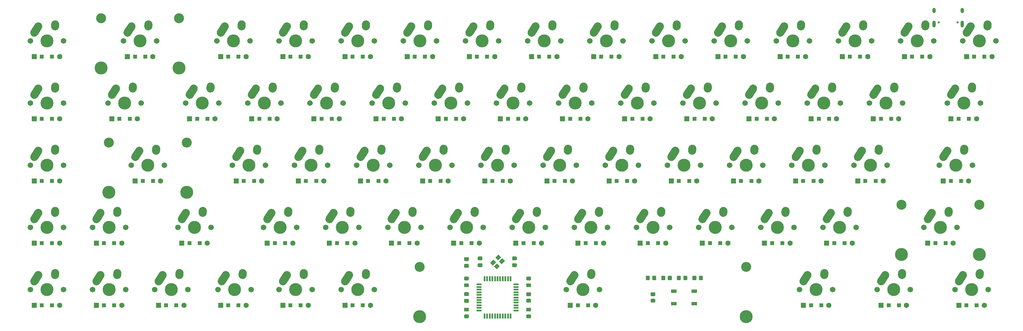
<source format=gbs>
%TF.GenerationSoftware,KiCad,Pcbnew,(5.1.10)-1*%
%TF.CreationDate,2021-09-30T15:06:51-04:00*%
%TF.ProjectId,keyboard,6b657962-6f61-4726-942e-6b696361645f,rev?*%
%TF.SameCoordinates,Original*%
%TF.FileFunction,Soldermask,Bot*%
%TF.FilePolarity,Negative*%
%FSLAX46Y46*%
G04 Gerber Fmt 4.6, Leading zero omitted, Abs format (unit mm)*
G04 Created by KiCad (PCBNEW (5.1.10)-1) date 2021-09-30 15:06:51*
%MOMM*%
%LPD*%
G01*
G04 APERTURE LIST*
%ADD10C,1.701800*%
%ADD11C,3.987800*%
%ADD12C,0.100000*%
%ADD13O,1.000000X1.600000*%
%ADD14C,0.650000*%
%ADD15O,1.000000X2.100000*%
%ADD16R,1.200000X1.200000*%
%ADD17R,1.600000X1.600000*%
%ADD18C,1.600000*%
%ADD19R,1.700000X1.000000*%
%ADD20R,1.500000X0.550000*%
%ADD21R,0.550000X1.500000*%
%ADD22C,3.048000*%
G04 APERTURE END LIST*
%TO.C,K6*%
G36*
G01*
X336414076Y-66256526D02*
X336453524Y-65677870D01*
G75*
G02*
X337785648Y-64515784I1247105J-85019D01*
G01*
X337785648Y-64515784D01*
G75*
G02*
X338947734Y-65847908I-85019J-1247105D01*
G01*
X338908286Y-66426564D01*
G75*
G02*
X337576162Y-67588650I-1247105J85019D01*
G01*
X337576162Y-67588650D01*
G75*
G02*
X336414076Y-66256526I85019J1247105D01*
G01*
G37*
G36*
G01*
X330247204Y-67599407D02*
X331456128Y-65701777D01*
G75*
G02*
X333181992Y-65319163I1054239J-671625D01*
G01*
X333181992Y-65319163D01*
G75*
G02*
X333564606Y-67045027I-671625J-1054239D01*
G01*
X332355682Y-68942657D01*
G75*
G02*
X330629818Y-69325271I-1054239J671625D01*
G01*
X330629818Y-69325271D01*
G75*
G02*
X330247204Y-67599407I671625J1054239D01*
G01*
G37*
D10*
X340240905Y-70842217D03*
X330080905Y-70842217D03*
D11*
X335160905Y-70842217D03*
%TD*%
D12*
%TO.C,X1*%
G36*
X206290421Y-140762742D02*
G01*
X205441893Y-139914214D01*
X206431843Y-138924264D01*
X207280371Y-139772792D01*
X206290421Y-140762742D01*
G37*
G36*
X207846056Y-139207107D02*
G01*
X206997528Y-138358579D01*
X207987478Y-137368629D01*
X208836006Y-138217157D01*
X207846056Y-139207107D01*
G37*
G36*
X205159050Y-139631371D02*
G01*
X204310522Y-138782843D01*
X205300472Y-137792893D01*
X206149000Y-138641421D01*
X205159050Y-139631371D01*
G37*
G36*
X206714685Y-138075736D02*
G01*
X205866157Y-137227208D01*
X206856107Y-136237258D01*
X207704635Y-137085786D01*
X206714685Y-138075736D01*
G37*
%TD*%
D13*
%TO.C,J1*%
X340366227Y-61457865D03*
D14*
X341796227Y-65107865D03*
D13*
X349006227Y-61457865D03*
D14*
X347576227Y-65107865D03*
D15*
X349006227Y-65637865D03*
X340366227Y-65637865D03*
%TD*%
D16*
%TO.C,D43*%
X179573405Y-132754717D03*
X176423405Y-132754717D03*
D17*
X174098405Y-132754717D03*
D18*
X181898405Y-132754717D03*
%TD*%
%TO.C,D42*%
X172373405Y-113704717D03*
D17*
X164573405Y-113704717D03*
D16*
X166898405Y-113704717D03*
X170048405Y-113704717D03*
%TD*%
%TO.C,D40*%
X184335905Y-75604717D03*
X181185905Y-75604717D03*
D17*
X178860905Y-75604717D03*
D18*
X186660905Y-75604717D03*
%TD*%
D16*
%TO.C,D37*%
X193860905Y-94654717D03*
X190710905Y-94654717D03*
D17*
X188385905Y-94654717D03*
D18*
X196185905Y-94654717D03*
%TD*%
%TO.C,D36*%
X205710905Y-75604717D03*
D17*
X197910905Y-75604717D03*
D16*
X200235905Y-75604717D03*
X203385905Y-75604717D03*
%TD*%
D18*
%TO.C,D35*%
X219998405Y-132754717D03*
D17*
X212198405Y-132754717D03*
D16*
X214523405Y-132754717D03*
X217673405Y-132754717D03*
%TD*%
D18*
%TO.C,D48*%
X162848405Y-132754717D03*
D17*
X155048405Y-132754717D03*
D16*
X157373405Y-132754717D03*
X160523405Y-132754717D03*
%TD*%
D18*
%TO.C,D34*%
X210473405Y-113704717D03*
D17*
X202673405Y-113704717D03*
D16*
X204998405Y-113704717D03*
X208148405Y-113704717D03*
%TD*%
D18*
%TO.C,D50*%
X148560905Y-75604717D03*
D17*
X140760905Y-75604717D03*
D16*
X143085905Y-75604717D03*
X146235905Y-75604717D03*
%TD*%
D18*
%TO.C,D49*%
X148560905Y-151804717D03*
D17*
X140760905Y-151804717D03*
D16*
X143085905Y-151804717D03*
X146235905Y-151804717D03*
%TD*%
%TO.C,D45*%
X165285905Y-75604717D03*
X162135905Y-75604717D03*
D17*
X159810905Y-75604717D03*
D18*
X167610905Y-75604717D03*
%TD*%
D16*
%TO.C,D47*%
X150998405Y-113704717D03*
X147848405Y-113704717D03*
D17*
X145523405Y-113704717D03*
D18*
X153323405Y-113704717D03*
%TD*%
%TO.C,D46*%
X158085905Y-94654717D03*
D17*
X150285905Y-94654717D03*
D16*
X152610905Y-94654717D03*
X155760905Y-94654717D03*
%TD*%
D18*
%TO.C,D44*%
X167610905Y-151804717D03*
D17*
X159810905Y-151804717D03*
D16*
X162135905Y-151804717D03*
X165285905Y-151804717D03*
%TD*%
%TO.C,D41*%
X174810905Y-94654717D03*
X171660905Y-94654717D03*
D17*
X169335905Y-94654717D03*
D18*
X177135905Y-94654717D03*
%TD*%
%TO.C,D39*%
X200948405Y-132754717D03*
D17*
X193148405Y-132754717D03*
D16*
X195473405Y-132754717D03*
X198623405Y-132754717D03*
%TD*%
D18*
%TO.C,D38*%
X191423405Y-113704717D03*
D17*
X183623405Y-113704717D03*
D16*
X185948405Y-113704717D03*
X189098405Y-113704717D03*
%TD*%
%TO.C,D33*%
X212910905Y-94654717D03*
X209760905Y-94654717D03*
D17*
X207435905Y-94654717D03*
D18*
X215235905Y-94654717D03*
%TD*%
D16*
%TO.C,D2*%
X351023405Y-94654717D03*
X347873405Y-94654717D03*
D17*
X345548405Y-94654717D03*
D18*
X353348405Y-94654717D03*
%TD*%
D16*
%TO.C,D1*%
X355785905Y-75604717D03*
X352635905Y-75604717D03*
D17*
X350310905Y-75604717D03*
D18*
X358110905Y-75604717D03*
%TD*%
D16*
%TO.C,D4*%
X343879655Y-132754717D03*
X340729655Y-132754717D03*
D17*
X338404655Y-132754717D03*
D18*
X346204655Y-132754717D03*
%TD*%
%TO.C,D5*%
X355729655Y-151804717D03*
D17*
X347929655Y-151804717D03*
D16*
X350254655Y-151804717D03*
X353404655Y-151804717D03*
%TD*%
D18*
%TO.C,D3*%
X350967155Y-113704717D03*
D17*
X343167155Y-113704717D03*
D16*
X345492155Y-113704717D03*
X348642155Y-113704717D03*
%TD*%
%TO.C,D23*%
X260535905Y-75604717D03*
X257385905Y-75604717D03*
D17*
X255060905Y-75604717D03*
D18*
X262860905Y-75604717D03*
%TD*%
%TO.C,D31*%
X236667155Y-151804717D03*
D17*
X228867155Y-151804717D03*
D16*
X231192155Y-151804717D03*
X234342155Y-151804717D03*
%TD*%
%TO.C,D30*%
X236723405Y-132754717D03*
X233573405Y-132754717D03*
D17*
X231248405Y-132754717D03*
D18*
X239048405Y-132754717D03*
%TD*%
D16*
%TO.C,D29*%
X227198405Y-113704717D03*
X224048405Y-113704717D03*
D17*
X221723405Y-113704717D03*
D18*
X229523405Y-113704717D03*
%TD*%
D16*
%TO.C,D28*%
X231960905Y-94654717D03*
X228810905Y-94654717D03*
D17*
X226485905Y-94654717D03*
D18*
X234285905Y-94654717D03*
%TD*%
D16*
%TO.C,D19*%
X279585905Y-75604717D03*
X276435905Y-75604717D03*
D17*
X274110905Y-75604717D03*
D18*
X281910905Y-75604717D03*
%TD*%
D16*
%TO.C,D27*%
X241485905Y-75604717D03*
X238335905Y-75604717D03*
D17*
X236010905Y-75604717D03*
D18*
X243810905Y-75604717D03*
%TD*%
%TO.C,D26*%
X258098405Y-132754717D03*
D17*
X250298405Y-132754717D03*
D16*
X252623405Y-132754717D03*
X255773405Y-132754717D03*
%TD*%
%TO.C,D24*%
X251010905Y-94654717D03*
X247860905Y-94654717D03*
D17*
X245535905Y-94654717D03*
D18*
X253335905Y-94654717D03*
%TD*%
%TO.C,D22*%
X277148405Y-132754717D03*
D17*
X269348405Y-132754717D03*
D16*
X271673405Y-132754717D03*
X274823405Y-132754717D03*
%TD*%
D18*
%TO.C,D16*%
X291435905Y-94654717D03*
D17*
X283635905Y-94654717D03*
D16*
X285960905Y-94654717D03*
X289110905Y-94654717D03*
%TD*%
D18*
%TO.C,D15*%
X300960905Y-75604717D03*
D17*
X293160905Y-75604717D03*
D16*
X295485905Y-75604717D03*
X298635905Y-75604717D03*
%TD*%
D18*
%TO.C,D18*%
X296198405Y-132754717D03*
D17*
X288398405Y-132754717D03*
D16*
X290723405Y-132754717D03*
X293873405Y-132754717D03*
%TD*%
D18*
%TO.C,D21*%
X267623405Y-113704717D03*
D17*
X259823405Y-113704717D03*
D16*
X262148405Y-113704717D03*
X265298405Y-113704717D03*
%TD*%
%TO.C,D20*%
X270060905Y-94654717D03*
X266910905Y-94654717D03*
D17*
X264585905Y-94654717D03*
D18*
X272385905Y-94654717D03*
%TD*%
D16*
%TO.C,D17*%
X284348405Y-113704717D03*
X281198405Y-113704717D03*
D17*
X278873405Y-113704717D03*
D18*
X286673405Y-113704717D03*
%TD*%
D16*
%TO.C,D32*%
X222435905Y-75604717D03*
X219285905Y-75604717D03*
D17*
X216960905Y-75604717D03*
D18*
X224760905Y-75604717D03*
%TD*%
%TO.C,D25*%
X248573405Y-113704717D03*
D17*
X240773405Y-113704717D03*
D16*
X243098405Y-113704717D03*
X246248405Y-113704717D03*
%TD*%
%TO.C,D55*%
X127185905Y-75604717D03*
X124035905Y-75604717D03*
D17*
X121710905Y-75604717D03*
D18*
X129510905Y-75604717D03*
%TD*%
%TO.C,D53*%
X143798405Y-132754717D03*
D17*
X135998405Y-132754717D03*
D16*
X138323405Y-132754717D03*
X141473405Y-132754717D03*
%TD*%
D18*
%TO.C,D63*%
X91410905Y-151804717D03*
D17*
X83610905Y-151804717D03*
D16*
X85935905Y-151804717D03*
X89085905Y-151804717D03*
%TD*%
D18*
%TO.C,D65*%
X72360905Y-94654717D03*
D17*
X64560905Y-94654717D03*
D16*
X66885905Y-94654717D03*
X70035905Y-94654717D03*
%TD*%
%TO.C,D68*%
X70035905Y-151804717D03*
X66885905Y-151804717D03*
D17*
X64560905Y-151804717D03*
D18*
X72360905Y-151804717D03*
%TD*%
D16*
%TO.C,D61*%
X100992155Y-113704717D03*
X97842155Y-113704717D03*
D17*
X95517155Y-113704717D03*
D18*
X103317155Y-113704717D03*
%TD*%
D16*
%TO.C,D62*%
X89085905Y-132754717D03*
X85935905Y-132754717D03*
D17*
X83610905Y-132754717D03*
D18*
X91410905Y-132754717D03*
%TD*%
D16*
%TO.C,D51*%
X136710905Y-94654717D03*
X133560905Y-94654717D03*
D17*
X131235905Y-94654717D03*
D18*
X139035905Y-94654717D03*
%TD*%
D16*
%TO.C,D56*%
X117660905Y-94654717D03*
X114510905Y-94654717D03*
D17*
X112185905Y-94654717D03*
D18*
X119985905Y-94654717D03*
%TD*%
%TO.C,D57*%
X117604655Y-132754717D03*
D17*
X109804655Y-132754717D03*
D16*
X112129655Y-132754717D03*
X115279655Y-132754717D03*
%TD*%
D18*
%TO.C,D60*%
X96173405Y-94654717D03*
D17*
X88373405Y-94654717D03*
D16*
X90698405Y-94654717D03*
X93848405Y-94654717D03*
%TD*%
D18*
%TO.C,D54*%
X129510905Y-151804717D03*
D17*
X121710905Y-151804717D03*
D16*
X124035905Y-151804717D03*
X127185905Y-151804717D03*
%TD*%
%TO.C,D59*%
X98610905Y-75604717D03*
X95460905Y-75604717D03*
D17*
X93135905Y-75604717D03*
D18*
X100935905Y-75604717D03*
%TD*%
D16*
%TO.C,D64*%
X70035905Y-75604717D03*
X66885905Y-75604717D03*
D17*
X64560905Y-75604717D03*
D18*
X72360905Y-75604717D03*
%TD*%
%TO.C,D67*%
X72360905Y-132754717D03*
D17*
X64560905Y-132754717D03*
D16*
X66885905Y-132754717D03*
X70035905Y-132754717D03*
%TD*%
D18*
%TO.C,D52*%
X134273405Y-113704717D03*
D17*
X126473405Y-113704717D03*
D16*
X128798405Y-113704717D03*
X131948405Y-113704717D03*
%TD*%
%TO.C,D66*%
X70035905Y-113704717D03*
X66885905Y-113704717D03*
D17*
X64560905Y-113704717D03*
D18*
X72360905Y-113704717D03*
%TD*%
D16*
%TO.C,D58*%
X108135905Y-151804717D03*
X104985905Y-151804717D03*
D17*
X102660905Y-151804717D03*
D18*
X110460905Y-151804717D03*
%TD*%
D16*
%TO.C,D10*%
X317685905Y-75604717D03*
X314535905Y-75604717D03*
D17*
X312210905Y-75604717D03*
D18*
X320010905Y-75604717D03*
%TD*%
%TO.C,D8*%
X324773405Y-113704717D03*
D17*
X316973405Y-113704717D03*
D16*
X319298405Y-113704717D03*
X322448405Y-113704717D03*
%TD*%
%TO.C,D6*%
X336735905Y-75604717D03*
X333585905Y-75604717D03*
D17*
X331260905Y-75604717D03*
D18*
X339060905Y-75604717D03*
%TD*%
D16*
%TO.C,D14*%
X305779655Y-151804717D03*
X302629655Y-151804717D03*
D17*
X300304655Y-151804717D03*
D18*
X308104655Y-151804717D03*
%TD*%
%TO.C,D13*%
X315248405Y-132754717D03*
D17*
X307448405Y-132754717D03*
D16*
X309773405Y-132754717D03*
X312923405Y-132754717D03*
%TD*%
%TO.C,D12*%
X303398405Y-113704717D03*
X300248405Y-113704717D03*
D17*
X297923405Y-113704717D03*
D18*
X305723405Y-113704717D03*
%TD*%
%TO.C,D7*%
X329535905Y-94654717D03*
D17*
X321735905Y-94654717D03*
D16*
X324060905Y-94654717D03*
X327210905Y-94654717D03*
%TD*%
D18*
%TO.C,D9*%
X331917155Y-151804717D03*
D17*
X324117155Y-151804717D03*
D16*
X326442155Y-151804717D03*
X329592155Y-151804717D03*
%TD*%
D18*
%TO.C,D11*%
X310485905Y-94654717D03*
D17*
X302685905Y-94654717D03*
D16*
X305010905Y-94654717D03*
X308160905Y-94654717D03*
%TD*%
D19*
%TO.C,SW1*%
X260573659Y-151323563D03*
X266873659Y-151323563D03*
X260573659Y-147523563D03*
X266873659Y-147523563D03*
%TD*%
D20*
%TO.C,U1*%
X200873555Y-153423489D03*
X200873555Y-152623489D03*
X200873555Y-151823489D03*
X200873555Y-151023489D03*
X200873555Y-150223489D03*
X200873555Y-149423489D03*
X200873555Y-148623489D03*
X200873555Y-147823489D03*
X200873555Y-147023489D03*
X200873555Y-146223489D03*
X200873555Y-145423489D03*
D21*
X202573555Y-143723489D03*
X203373555Y-143723489D03*
X204173555Y-143723489D03*
X204973555Y-143723489D03*
X205773555Y-143723489D03*
X206573555Y-143723489D03*
X207373555Y-143723489D03*
X208173555Y-143723489D03*
X208973555Y-143723489D03*
X209773555Y-143723489D03*
X210573555Y-143723489D03*
D20*
X212273555Y-145423489D03*
X212273555Y-146223489D03*
X212273555Y-147023489D03*
X212273555Y-147823489D03*
X212273555Y-148623489D03*
X212273555Y-149423489D03*
X212273555Y-150223489D03*
X212273555Y-151023489D03*
X212273555Y-151823489D03*
X212273555Y-152623489D03*
X212273555Y-153423489D03*
D21*
X210573555Y-155123489D03*
X209773555Y-155123489D03*
X208973555Y-155123489D03*
X208173555Y-155123489D03*
X207373555Y-155123489D03*
X206573555Y-155123489D03*
X205773555Y-155123489D03*
X204973555Y-155123489D03*
X204173555Y-155123489D03*
X203373555Y-155123489D03*
X202573555Y-155123489D03*
%TD*%
%TO.C,R1*%
G36*
G01*
X254648652Y-151023563D02*
X253748650Y-151023563D01*
G75*
G02*
X253498651Y-150773564I0J249999D01*
G01*
X253498651Y-150073562D01*
G75*
G02*
X253748650Y-149823563I249999J0D01*
G01*
X254648652Y-149823563D01*
G75*
G02*
X254898651Y-150073562I0J-249999D01*
G01*
X254898651Y-150773564D01*
G75*
G02*
X254648652Y-151023563I-249999J0D01*
G01*
G37*
G36*
G01*
X254648652Y-149023563D02*
X253748650Y-149023563D01*
G75*
G02*
X253498651Y-148773564I0J249999D01*
G01*
X253498651Y-148073562D01*
G75*
G02*
X253748650Y-147823563I249999J0D01*
G01*
X254648652Y-147823563D01*
G75*
G02*
X254898651Y-148073562I0J-249999D01*
G01*
X254898651Y-148773564D01*
G75*
G02*
X254648652Y-149023563I-249999J0D01*
G01*
G37*
%TD*%
%TO.C,R5*%
G36*
G01*
X263528346Y-143920434D02*
X263528346Y-143020432D01*
G75*
G02*
X263778345Y-142770433I249999J0D01*
G01*
X264478347Y-142770433D01*
G75*
G02*
X264728346Y-143020432I0J-249999D01*
G01*
X264728346Y-143920434D01*
G75*
G02*
X264478347Y-144170433I-249999J0D01*
G01*
X263778345Y-144170433D01*
G75*
G02*
X263528346Y-143920434I0J249999D01*
G01*
G37*
G36*
G01*
X261528346Y-143920434D02*
X261528346Y-143020432D01*
G75*
G02*
X261778345Y-142770433I249999J0D01*
G01*
X262478347Y-142770433D01*
G75*
G02*
X262728346Y-143020432I0J-249999D01*
G01*
X262728346Y-143920434D01*
G75*
G02*
X262478347Y-144170433I-249999J0D01*
G01*
X261778345Y-144170433D01*
G75*
G02*
X261528346Y-143920434I0J249999D01*
G01*
G37*
%TD*%
%TO.C,R2*%
G36*
G01*
X215648618Y-147823563D02*
X216548620Y-147823563D01*
G75*
G02*
X216798619Y-148073562I0J-249999D01*
G01*
X216798619Y-148773564D01*
G75*
G02*
X216548620Y-149023563I-249999J0D01*
G01*
X215648618Y-149023563D01*
G75*
G02*
X215398619Y-148773564I0J249999D01*
G01*
X215398619Y-148073562D01*
G75*
G02*
X215648618Y-147823563I249999J0D01*
G01*
G37*
G36*
G01*
X215648618Y-149823563D02*
X216548620Y-149823563D01*
G75*
G02*
X216798619Y-150073562I0J-249999D01*
G01*
X216798619Y-150773564D01*
G75*
G02*
X216548620Y-151023563I-249999J0D01*
G01*
X215648618Y-151023563D01*
G75*
G02*
X215398619Y-150773564I0J249999D01*
G01*
X215398619Y-150073562D01*
G75*
G02*
X215648618Y-149823563I249999J0D01*
G01*
G37*
%TD*%
%TO.C,R6*%
G36*
G01*
X268290850Y-143920434D02*
X268290850Y-143020432D01*
G75*
G02*
X268540849Y-142770433I249999J0D01*
G01*
X269240851Y-142770433D01*
G75*
G02*
X269490850Y-143020432I0J-249999D01*
G01*
X269490850Y-143920434D01*
G75*
G02*
X269240851Y-144170433I-249999J0D01*
G01*
X268540849Y-144170433D01*
G75*
G02*
X268290850Y-143920434I0J249999D01*
G01*
G37*
G36*
G01*
X266290850Y-143920434D02*
X266290850Y-143020432D01*
G75*
G02*
X266540849Y-142770433I249999J0D01*
G01*
X267240851Y-142770433D01*
G75*
G02*
X267490850Y-143020432I0J-249999D01*
G01*
X267490850Y-143920434D01*
G75*
G02*
X267240851Y-144170433I-249999J0D01*
G01*
X266540849Y-144170433D01*
G75*
G02*
X266290850Y-143920434I0J249999D01*
G01*
G37*
%TD*%
%TO.C,R4*%
G36*
G01*
X256765842Y-143920434D02*
X256765842Y-143020432D01*
G75*
G02*
X257015841Y-142770433I249999J0D01*
G01*
X257715843Y-142770433D01*
G75*
G02*
X257965842Y-143020432I0J-249999D01*
G01*
X257965842Y-143920434D01*
G75*
G02*
X257715843Y-144170433I-249999J0D01*
G01*
X257015841Y-144170433D01*
G75*
G02*
X256765842Y-143920434I0J249999D01*
G01*
G37*
G36*
G01*
X258765842Y-143920434D02*
X258765842Y-143020432D01*
G75*
G02*
X259015841Y-142770433I249999J0D01*
G01*
X259715843Y-142770433D01*
G75*
G02*
X259965842Y-143020432I0J-249999D01*
G01*
X259965842Y-143920434D01*
G75*
G02*
X259715843Y-144170433I-249999J0D01*
G01*
X259015841Y-144170433D01*
G75*
G02*
X258765842Y-143920434I0J249999D01*
G01*
G37*
%TD*%
%TO.C,R3*%
G36*
G01*
X254003338Y-143920434D02*
X254003338Y-143020432D01*
G75*
G02*
X254253337Y-142770433I249999J0D01*
G01*
X254953339Y-142770433D01*
G75*
G02*
X255203338Y-143020432I0J-249999D01*
G01*
X255203338Y-143920434D01*
G75*
G02*
X254953339Y-144170433I-249999J0D01*
G01*
X254253337Y-144170433D01*
G75*
G02*
X254003338Y-143920434I0J249999D01*
G01*
G37*
G36*
G01*
X252003338Y-143920434D02*
X252003338Y-143020432D01*
G75*
G02*
X252253337Y-142770433I249999J0D01*
G01*
X252953339Y-142770433D01*
G75*
G02*
X253203338Y-143020432I0J-249999D01*
G01*
X253203338Y-143920434D01*
G75*
G02*
X252953339Y-144170433I-249999J0D01*
G01*
X252253337Y-144170433D01*
G75*
G02*
X252003338Y-143920434I0J249999D01*
G01*
G37*
%TD*%
%TO.C,C4*%
G36*
G01*
X215623555Y-143035989D02*
X216573555Y-143035989D01*
G75*
G02*
X216823555Y-143285989I0J-250000D01*
G01*
X216823555Y-143960989D01*
G75*
G02*
X216573555Y-144210989I-250000J0D01*
G01*
X215623555Y-144210989D01*
G75*
G02*
X215373555Y-143960989I0J250000D01*
G01*
X215373555Y-143285989D01*
G75*
G02*
X215623555Y-143035989I250000J0D01*
G01*
G37*
G36*
G01*
X215623555Y-145110989D02*
X216573555Y-145110989D01*
G75*
G02*
X216823555Y-145360989I0J-250000D01*
G01*
X216823555Y-146035989D01*
G75*
G02*
X216573555Y-146285989I-250000J0D01*
G01*
X215623555Y-146285989D01*
G75*
G02*
X215373555Y-146035989I0J250000D01*
G01*
X215373555Y-145360989D01*
G75*
G02*
X215623555Y-145110989I250000J0D01*
G01*
G37*
%TD*%
%TO.C,C1*%
G36*
G01*
X200740794Y-138950000D02*
X201690794Y-138950000D01*
G75*
G02*
X201940794Y-139200000I0J-250000D01*
G01*
X201940794Y-139875000D01*
G75*
G02*
X201690794Y-140125000I-250000J0D01*
G01*
X200740794Y-140125000D01*
G75*
G02*
X200490794Y-139875000I0J250000D01*
G01*
X200490794Y-139200000D01*
G75*
G02*
X200740794Y-138950000I250000J0D01*
G01*
G37*
G36*
G01*
X200740794Y-136875000D02*
X201690794Y-136875000D01*
G75*
G02*
X201940794Y-137125000I0J-250000D01*
G01*
X201940794Y-137800000D01*
G75*
G02*
X201690794Y-138050000I-250000J0D01*
G01*
X200740794Y-138050000D01*
G75*
G02*
X200490794Y-137800000I0J250000D01*
G01*
X200490794Y-137125000D01*
G75*
G02*
X200740794Y-136875000I250000J0D01*
G01*
G37*
%TD*%
%TO.C,C5*%
G36*
G01*
X197523555Y-144210989D02*
X196573555Y-144210989D01*
G75*
G02*
X196323555Y-143960989I0J250000D01*
G01*
X196323555Y-143285989D01*
G75*
G02*
X196573555Y-143035989I250000J0D01*
G01*
X197523555Y-143035989D01*
G75*
G02*
X197773555Y-143285989I0J-250000D01*
G01*
X197773555Y-143960989D01*
G75*
G02*
X197523555Y-144210989I-250000J0D01*
G01*
G37*
G36*
G01*
X197523555Y-146285989D02*
X196573555Y-146285989D01*
G75*
G02*
X196323555Y-146035989I0J250000D01*
G01*
X196323555Y-145360989D01*
G75*
G02*
X196573555Y-145110989I250000J0D01*
G01*
X197523555Y-145110989D01*
G75*
G02*
X197773555Y-145360989I0J-250000D01*
G01*
X197773555Y-146035989D01*
G75*
G02*
X197523555Y-146285989I-250000J0D01*
G01*
G37*
%TD*%
%TO.C,C2*%
G36*
G01*
X211275000Y-136875000D02*
X212225000Y-136875000D01*
G75*
G02*
X212475000Y-137125000I0J-250000D01*
G01*
X212475000Y-137800000D01*
G75*
G02*
X212225000Y-138050000I-250000J0D01*
G01*
X211275000Y-138050000D01*
G75*
G02*
X211025000Y-137800000I0J250000D01*
G01*
X211025000Y-137125000D01*
G75*
G02*
X211275000Y-136875000I250000J0D01*
G01*
G37*
G36*
G01*
X211275000Y-138950000D02*
X212225000Y-138950000D01*
G75*
G02*
X212475000Y-139200000I0J-250000D01*
G01*
X212475000Y-139875000D01*
G75*
G02*
X212225000Y-140125000I-250000J0D01*
G01*
X211275000Y-140125000D01*
G75*
G02*
X211025000Y-139875000I0J250000D01*
G01*
X211025000Y-139200000D01*
G75*
G02*
X211275000Y-138950000I250000J0D01*
G01*
G37*
%TD*%
%TO.C,C3*%
G36*
G01*
X215623555Y-154635989D02*
X216573555Y-154635989D01*
G75*
G02*
X216823555Y-154885989I0J-250000D01*
G01*
X216823555Y-155560989D01*
G75*
G02*
X216573555Y-155810989I-250000J0D01*
G01*
X215623555Y-155810989D01*
G75*
G02*
X215373555Y-155560989I0J250000D01*
G01*
X215373555Y-154885989D01*
G75*
G02*
X215623555Y-154635989I250000J0D01*
G01*
G37*
G36*
G01*
X215623555Y-152560989D02*
X216573555Y-152560989D01*
G75*
G02*
X216823555Y-152810989I0J-250000D01*
G01*
X216823555Y-153485989D01*
G75*
G02*
X216573555Y-153735989I-250000J0D01*
G01*
X215623555Y-153735989D01*
G75*
G02*
X215373555Y-153485989I0J250000D01*
G01*
X215373555Y-152810989D01*
G75*
G02*
X215623555Y-152560989I250000J0D01*
G01*
G37*
%TD*%
%TO.C,C6*%
G36*
G01*
X197523603Y-140332929D02*
X196573603Y-140332929D01*
G75*
G02*
X196323603Y-140082929I0J250000D01*
G01*
X196323603Y-139407929D01*
G75*
G02*
X196573603Y-139157929I250000J0D01*
G01*
X197523603Y-139157929D01*
G75*
G02*
X197773603Y-139407929I0J-250000D01*
G01*
X197773603Y-140082929D01*
G75*
G02*
X197523603Y-140332929I-250000J0D01*
G01*
G37*
G36*
G01*
X197523603Y-138257929D02*
X196573603Y-138257929D01*
G75*
G02*
X196323603Y-138007929I0J250000D01*
G01*
X196323603Y-137332929D01*
G75*
G02*
X196573603Y-137082929I250000J0D01*
G01*
X197523603Y-137082929D01*
G75*
G02*
X197773603Y-137332929I0J-250000D01*
G01*
X197773603Y-138007929D01*
G75*
G02*
X197523603Y-138257929I-250000J0D01*
G01*
G37*
%TD*%
%TO.C,C8*%
G36*
G01*
X197523555Y-151048489D02*
X196573555Y-151048489D01*
G75*
G02*
X196323555Y-150798489I0J250000D01*
G01*
X196323555Y-150123489D01*
G75*
G02*
X196573555Y-149873489I250000J0D01*
G01*
X197523555Y-149873489D01*
G75*
G02*
X197773555Y-150123489I0J-250000D01*
G01*
X197773555Y-150798489D01*
G75*
G02*
X197523555Y-151048489I-250000J0D01*
G01*
G37*
G36*
G01*
X197523555Y-148973489D02*
X196573555Y-148973489D01*
G75*
G02*
X196323555Y-148723489I0J250000D01*
G01*
X196323555Y-148048489D01*
G75*
G02*
X196573555Y-147798489I250000J0D01*
G01*
X197523555Y-147798489D01*
G75*
G02*
X197773555Y-148048489I0J-250000D01*
G01*
X197773555Y-148723489D01*
G75*
G02*
X197523555Y-148973489I-250000J0D01*
G01*
G37*
%TD*%
%TO.C,C7*%
G36*
G01*
X197523555Y-153735989D02*
X196573555Y-153735989D01*
G75*
G02*
X196323555Y-153485989I0J250000D01*
G01*
X196323555Y-152810989D01*
G75*
G02*
X196573555Y-152560989I250000J0D01*
G01*
X197523555Y-152560989D01*
G75*
G02*
X197773555Y-152810989I0J-250000D01*
G01*
X197773555Y-153485989D01*
G75*
G02*
X197523555Y-153735989I-250000J0D01*
G01*
G37*
G36*
G01*
X197523555Y-155810989D02*
X196573555Y-155810989D01*
G75*
G02*
X196323555Y-155560989I0J250000D01*
G01*
X196323555Y-154885989D01*
G75*
G02*
X196573555Y-154635989I250000J0D01*
G01*
X197523555Y-154635989D01*
G75*
G02*
X197773555Y-154885989I0J-250000D01*
G01*
X197773555Y-155560989D01*
G75*
G02*
X197523555Y-155810989I-250000J0D01*
G01*
G37*
%TD*%
D11*
%TO.C,K1*%
X354210905Y-70842217D03*
D10*
X349130905Y-70842217D03*
X359290905Y-70842217D03*
G36*
G01*
X349297204Y-67599407D02*
X350506128Y-65701777D01*
G75*
G02*
X352231992Y-65319163I1054239J-671625D01*
G01*
X352231992Y-65319163D01*
G75*
G02*
X352614606Y-67045027I-671625J-1054239D01*
G01*
X351405682Y-68942657D01*
G75*
G02*
X349679818Y-69325271I-1054239J671625D01*
G01*
X349679818Y-69325271D01*
G75*
G02*
X349297204Y-67599407I671625J1054239D01*
G01*
G37*
G36*
G01*
X355464076Y-66256526D02*
X355503524Y-65677870D01*
G75*
G02*
X356835648Y-64515784I1247105J-85019D01*
G01*
X356835648Y-64515784D01*
G75*
G02*
X357997734Y-65847908I-85019J-1247105D01*
G01*
X357958286Y-66426564D01*
G75*
G02*
X356626162Y-67588650I-1247105J85019D01*
G01*
X356626162Y-67588650D01*
G75*
G02*
X355464076Y-66256526I85019J1247105D01*
G01*
G37*
%TD*%
D11*
%TO.C,K2*%
X349448405Y-89892217D03*
D10*
X344368405Y-89892217D03*
X354528405Y-89892217D03*
G36*
G01*
X344534704Y-86649407D02*
X345743628Y-84751777D01*
G75*
G02*
X347469492Y-84369163I1054239J-671625D01*
G01*
X347469492Y-84369163D01*
G75*
G02*
X347852106Y-86095027I-671625J-1054239D01*
G01*
X346643182Y-87992657D01*
G75*
G02*
X344917318Y-88375271I-1054239J671625D01*
G01*
X344917318Y-88375271D01*
G75*
G02*
X344534704Y-86649407I671625J1054239D01*
G01*
G37*
G36*
G01*
X350701576Y-85306526D02*
X350741024Y-84727870D01*
G75*
G02*
X352073148Y-83565784I1247105J-85019D01*
G01*
X352073148Y-83565784D01*
G75*
G02*
X353235234Y-84897908I-85019J-1247105D01*
G01*
X353195786Y-85476564D01*
G75*
G02*
X351863662Y-86638650I-1247105J85019D01*
G01*
X351863662Y-86638650D01*
G75*
G02*
X350701576Y-85306526I85019J1247105D01*
G01*
G37*
%TD*%
%TO.C,K3*%
G36*
G01*
X348320326Y-104356526D02*
X348359774Y-103777870D01*
G75*
G02*
X349691898Y-102615784I1247105J-85019D01*
G01*
X349691898Y-102615784D01*
G75*
G02*
X350853984Y-103947908I-85019J-1247105D01*
G01*
X350814536Y-104526564D01*
G75*
G02*
X349482412Y-105688650I-1247105J85019D01*
G01*
X349482412Y-105688650D01*
G75*
G02*
X348320326Y-104356526I85019J1247105D01*
G01*
G37*
G36*
G01*
X342153454Y-105699407D02*
X343362378Y-103801777D01*
G75*
G02*
X345088242Y-103419163I1054239J-671625D01*
G01*
X345088242Y-103419163D01*
G75*
G02*
X345470856Y-105145027I-671625J-1054239D01*
G01*
X344261932Y-107042657D01*
G75*
G02*
X342536068Y-107425271I-1054239J671625D01*
G01*
X342536068Y-107425271D01*
G75*
G02*
X342153454Y-105699407I671625J1054239D01*
G01*
G37*
X352147155Y-108942217D03*
X341987155Y-108942217D03*
D11*
X347067155Y-108942217D03*
%TD*%
%TO.C,K4*%
G36*
G01*
X343557826Y-123406526D02*
X343597274Y-122827870D01*
G75*
G02*
X344929398Y-121665784I1247105J-85019D01*
G01*
X344929398Y-121665784D01*
G75*
G02*
X346091484Y-122997908I-85019J-1247105D01*
G01*
X346052036Y-123576564D01*
G75*
G02*
X344719912Y-124738650I-1247105J85019D01*
G01*
X344719912Y-124738650D01*
G75*
G02*
X343557826Y-123406526I85019J1247105D01*
G01*
G37*
G36*
G01*
X337390954Y-124749407D02*
X338599878Y-122851777D01*
G75*
G02*
X340325742Y-122469163I1054239J-671625D01*
G01*
X340325742Y-122469163D01*
G75*
G02*
X340708356Y-124195027I-671625J-1054239D01*
G01*
X339499432Y-126092657D01*
G75*
G02*
X337773568Y-126475271I-1054239J671625D01*
G01*
X337773568Y-126475271D01*
G75*
G02*
X337390954Y-124749407I671625J1054239D01*
G01*
G37*
X354242655Y-136247217D03*
X330366655Y-136247217D03*
D22*
X354242655Y-121007217D03*
X330366655Y-121007217D03*
D10*
X347384655Y-127992217D03*
X337224655Y-127992217D03*
D11*
X342304655Y-127992217D03*
%TD*%
%TO.C,K5*%
X351829655Y-147042217D03*
D10*
X346749655Y-147042217D03*
X356909655Y-147042217D03*
G36*
G01*
X346915954Y-143799407D02*
X348124878Y-141901777D01*
G75*
G02*
X349850742Y-141519163I1054239J-671625D01*
G01*
X349850742Y-141519163D01*
G75*
G02*
X350233356Y-143245027I-671625J-1054239D01*
G01*
X349024432Y-145142657D01*
G75*
G02*
X347298568Y-145525271I-1054239J671625D01*
G01*
X347298568Y-145525271D01*
G75*
G02*
X346915954Y-143799407I671625J1054239D01*
G01*
G37*
G36*
G01*
X353082826Y-142456526D02*
X353122274Y-141877870D01*
G75*
G02*
X354454398Y-140715784I1247105J-85019D01*
G01*
X354454398Y-140715784D01*
G75*
G02*
X355616484Y-142047908I-85019J-1247105D01*
G01*
X355577036Y-142626564D01*
G75*
G02*
X354244912Y-143788650I-1247105J85019D01*
G01*
X354244912Y-143788650D01*
G75*
G02*
X353082826Y-142456526I85019J1247105D01*
G01*
G37*
%TD*%
D11*
%TO.C,K7*%
X325635905Y-89892217D03*
D10*
X320555905Y-89892217D03*
X330715905Y-89892217D03*
G36*
G01*
X320722204Y-86649407D02*
X321931128Y-84751777D01*
G75*
G02*
X323656992Y-84369163I1054239J-671625D01*
G01*
X323656992Y-84369163D01*
G75*
G02*
X324039606Y-86095027I-671625J-1054239D01*
G01*
X322830682Y-87992657D01*
G75*
G02*
X321104818Y-88375271I-1054239J671625D01*
G01*
X321104818Y-88375271D01*
G75*
G02*
X320722204Y-86649407I671625J1054239D01*
G01*
G37*
G36*
G01*
X326889076Y-85306526D02*
X326928524Y-84727870D01*
G75*
G02*
X328260648Y-83565784I1247105J-85019D01*
G01*
X328260648Y-83565784D01*
G75*
G02*
X329422734Y-84897908I-85019J-1247105D01*
G01*
X329383286Y-85476564D01*
G75*
G02*
X328051162Y-86638650I-1247105J85019D01*
G01*
X328051162Y-86638650D01*
G75*
G02*
X326889076Y-85306526I85019J1247105D01*
G01*
G37*
%TD*%
%TO.C,K8*%
G36*
G01*
X322126576Y-104356526D02*
X322166024Y-103777870D01*
G75*
G02*
X323498148Y-102615784I1247105J-85019D01*
G01*
X323498148Y-102615784D01*
G75*
G02*
X324660234Y-103947908I-85019J-1247105D01*
G01*
X324620786Y-104526564D01*
G75*
G02*
X323288662Y-105688650I-1247105J85019D01*
G01*
X323288662Y-105688650D01*
G75*
G02*
X322126576Y-104356526I85019J1247105D01*
G01*
G37*
G36*
G01*
X315959704Y-105699407D02*
X317168628Y-103801777D01*
G75*
G02*
X318894492Y-103419163I1054239J-671625D01*
G01*
X318894492Y-103419163D01*
G75*
G02*
X319277106Y-105145027I-671625J-1054239D01*
G01*
X318068182Y-107042657D01*
G75*
G02*
X316342318Y-107425271I-1054239J671625D01*
G01*
X316342318Y-107425271D01*
G75*
G02*
X315959704Y-105699407I671625J1054239D01*
G01*
G37*
X325953405Y-108942217D03*
X315793405Y-108942217D03*
D11*
X320873405Y-108942217D03*
%TD*%
%TO.C,K9*%
X328017155Y-147042217D03*
D10*
X322937155Y-147042217D03*
X333097155Y-147042217D03*
G36*
G01*
X323103454Y-143799407D02*
X324312378Y-141901777D01*
G75*
G02*
X326038242Y-141519163I1054239J-671625D01*
G01*
X326038242Y-141519163D01*
G75*
G02*
X326420856Y-143245027I-671625J-1054239D01*
G01*
X325211932Y-145142657D01*
G75*
G02*
X323486068Y-145525271I-1054239J671625D01*
G01*
X323486068Y-145525271D01*
G75*
G02*
X323103454Y-143799407I671625J1054239D01*
G01*
G37*
G36*
G01*
X329270326Y-142456526D02*
X329309774Y-141877870D01*
G75*
G02*
X330641898Y-140715784I1247105J-85019D01*
G01*
X330641898Y-140715784D01*
G75*
G02*
X331803984Y-142047908I-85019J-1247105D01*
G01*
X331764536Y-142626564D01*
G75*
G02*
X330432412Y-143788650I-1247105J85019D01*
G01*
X330432412Y-143788650D01*
G75*
G02*
X329270326Y-142456526I85019J1247105D01*
G01*
G37*
%TD*%
D11*
%TO.C,K10*%
X316110905Y-70842217D03*
D10*
X311030905Y-70842217D03*
X321190905Y-70842217D03*
G36*
G01*
X311197204Y-67599407D02*
X312406128Y-65701777D01*
G75*
G02*
X314131992Y-65319163I1054239J-671625D01*
G01*
X314131992Y-65319163D01*
G75*
G02*
X314514606Y-67045027I-671625J-1054239D01*
G01*
X313305682Y-68942657D01*
G75*
G02*
X311579818Y-69325271I-1054239J671625D01*
G01*
X311579818Y-69325271D01*
G75*
G02*
X311197204Y-67599407I671625J1054239D01*
G01*
G37*
G36*
G01*
X317364076Y-66256526D02*
X317403524Y-65677870D01*
G75*
G02*
X318735648Y-64515784I1247105J-85019D01*
G01*
X318735648Y-64515784D01*
G75*
G02*
X319897734Y-65847908I-85019J-1247105D01*
G01*
X319858286Y-66426564D01*
G75*
G02*
X318526162Y-67588650I-1247105J85019D01*
G01*
X318526162Y-67588650D01*
G75*
G02*
X317364076Y-66256526I85019J1247105D01*
G01*
G37*
%TD*%
%TO.C,K11*%
G36*
G01*
X307839076Y-85306526D02*
X307878524Y-84727870D01*
G75*
G02*
X309210648Y-83565784I1247105J-85019D01*
G01*
X309210648Y-83565784D01*
G75*
G02*
X310372734Y-84897908I-85019J-1247105D01*
G01*
X310333286Y-85476564D01*
G75*
G02*
X309001162Y-86638650I-1247105J85019D01*
G01*
X309001162Y-86638650D01*
G75*
G02*
X307839076Y-85306526I85019J1247105D01*
G01*
G37*
G36*
G01*
X301672204Y-86649407D02*
X302881128Y-84751777D01*
G75*
G02*
X304606992Y-84369163I1054239J-671625D01*
G01*
X304606992Y-84369163D01*
G75*
G02*
X304989606Y-86095027I-671625J-1054239D01*
G01*
X303780682Y-87992657D01*
G75*
G02*
X302054818Y-88375271I-1054239J671625D01*
G01*
X302054818Y-88375271D01*
G75*
G02*
X301672204Y-86649407I671625J1054239D01*
G01*
G37*
X311665905Y-89892217D03*
X301505905Y-89892217D03*
D11*
X306585905Y-89892217D03*
%TD*%
%TO.C,K12*%
X301823405Y-108942217D03*
D10*
X296743405Y-108942217D03*
X306903405Y-108942217D03*
G36*
G01*
X296909704Y-105699407D02*
X298118628Y-103801777D01*
G75*
G02*
X299844492Y-103419163I1054239J-671625D01*
G01*
X299844492Y-103419163D01*
G75*
G02*
X300227106Y-105145027I-671625J-1054239D01*
G01*
X299018182Y-107042657D01*
G75*
G02*
X297292318Y-107425271I-1054239J671625D01*
G01*
X297292318Y-107425271D01*
G75*
G02*
X296909704Y-105699407I671625J1054239D01*
G01*
G37*
G36*
G01*
X303076576Y-104356526D02*
X303116024Y-103777870D01*
G75*
G02*
X304448148Y-102615784I1247105J-85019D01*
G01*
X304448148Y-102615784D01*
G75*
G02*
X305610234Y-103947908I-85019J-1247105D01*
G01*
X305570786Y-104526564D01*
G75*
G02*
X304238662Y-105688650I-1247105J85019D01*
G01*
X304238662Y-105688650D01*
G75*
G02*
X303076576Y-104356526I85019J1247105D01*
G01*
G37*
%TD*%
%TO.C,K13*%
G36*
G01*
X312601576Y-123406526D02*
X312641024Y-122827870D01*
G75*
G02*
X313973148Y-121665784I1247105J-85019D01*
G01*
X313973148Y-121665784D01*
G75*
G02*
X315135234Y-122997908I-85019J-1247105D01*
G01*
X315095786Y-123576564D01*
G75*
G02*
X313763662Y-124738650I-1247105J85019D01*
G01*
X313763662Y-124738650D01*
G75*
G02*
X312601576Y-123406526I85019J1247105D01*
G01*
G37*
G36*
G01*
X306434704Y-124749407D02*
X307643628Y-122851777D01*
G75*
G02*
X309369492Y-122469163I1054239J-671625D01*
G01*
X309369492Y-122469163D01*
G75*
G02*
X309752106Y-124195027I-671625J-1054239D01*
G01*
X308543182Y-126092657D01*
G75*
G02*
X306817318Y-126475271I-1054239J671625D01*
G01*
X306817318Y-126475271D01*
G75*
G02*
X306434704Y-124749407I671625J1054239D01*
G01*
G37*
X316428405Y-127992217D03*
X306268405Y-127992217D03*
D11*
X311348405Y-127992217D03*
%TD*%
%TO.C,K14*%
G36*
G01*
X305457826Y-142456526D02*
X305497274Y-141877870D01*
G75*
G02*
X306829398Y-140715784I1247105J-85019D01*
G01*
X306829398Y-140715784D01*
G75*
G02*
X307991484Y-142047908I-85019J-1247105D01*
G01*
X307952036Y-142626564D01*
G75*
G02*
X306619912Y-143788650I-1247105J85019D01*
G01*
X306619912Y-143788650D01*
G75*
G02*
X305457826Y-142456526I85019J1247105D01*
G01*
G37*
G36*
G01*
X299290954Y-143799407D02*
X300499878Y-141901777D01*
G75*
G02*
X302225742Y-141519163I1054239J-671625D01*
G01*
X302225742Y-141519163D01*
G75*
G02*
X302608356Y-143245027I-671625J-1054239D01*
G01*
X301399432Y-145142657D01*
G75*
G02*
X299673568Y-145525271I-1054239J671625D01*
G01*
X299673568Y-145525271D01*
G75*
G02*
X299290954Y-143799407I671625J1054239D01*
G01*
G37*
D10*
X309284655Y-147042217D03*
X299124655Y-147042217D03*
D11*
X304204655Y-147042217D03*
%TD*%
%TO.C,K15*%
G36*
G01*
X298314076Y-66256526D02*
X298353524Y-65677870D01*
G75*
G02*
X299685648Y-64515784I1247105J-85019D01*
G01*
X299685648Y-64515784D01*
G75*
G02*
X300847734Y-65847908I-85019J-1247105D01*
G01*
X300808286Y-66426564D01*
G75*
G02*
X299476162Y-67588650I-1247105J85019D01*
G01*
X299476162Y-67588650D01*
G75*
G02*
X298314076Y-66256526I85019J1247105D01*
G01*
G37*
G36*
G01*
X292147204Y-67599407D02*
X293356128Y-65701777D01*
G75*
G02*
X295081992Y-65319163I1054239J-671625D01*
G01*
X295081992Y-65319163D01*
G75*
G02*
X295464606Y-67045027I-671625J-1054239D01*
G01*
X294255682Y-68942657D01*
G75*
G02*
X292529818Y-69325271I-1054239J671625D01*
G01*
X292529818Y-69325271D01*
G75*
G02*
X292147204Y-67599407I671625J1054239D01*
G01*
G37*
D10*
X302140905Y-70842217D03*
X291980905Y-70842217D03*
D11*
X297060905Y-70842217D03*
%TD*%
%TO.C,K16*%
G36*
G01*
X288789076Y-85306526D02*
X288828524Y-84727870D01*
G75*
G02*
X290160648Y-83565784I1247105J-85019D01*
G01*
X290160648Y-83565784D01*
G75*
G02*
X291322734Y-84897908I-85019J-1247105D01*
G01*
X291283286Y-85476564D01*
G75*
G02*
X289951162Y-86638650I-1247105J85019D01*
G01*
X289951162Y-86638650D01*
G75*
G02*
X288789076Y-85306526I85019J1247105D01*
G01*
G37*
G36*
G01*
X282622204Y-86649407D02*
X283831128Y-84751777D01*
G75*
G02*
X285556992Y-84369163I1054239J-671625D01*
G01*
X285556992Y-84369163D01*
G75*
G02*
X285939606Y-86095027I-671625J-1054239D01*
G01*
X284730682Y-87992657D01*
G75*
G02*
X283004818Y-88375271I-1054239J671625D01*
G01*
X283004818Y-88375271D01*
G75*
G02*
X282622204Y-86649407I671625J1054239D01*
G01*
G37*
D10*
X292615905Y-89892217D03*
X282455905Y-89892217D03*
D11*
X287535905Y-89892217D03*
%TD*%
%TO.C,K17*%
X282773405Y-108942217D03*
D10*
X277693405Y-108942217D03*
X287853405Y-108942217D03*
G36*
G01*
X277859704Y-105699407D02*
X279068628Y-103801777D01*
G75*
G02*
X280794492Y-103419163I1054239J-671625D01*
G01*
X280794492Y-103419163D01*
G75*
G02*
X281177106Y-105145027I-671625J-1054239D01*
G01*
X279968182Y-107042657D01*
G75*
G02*
X278242318Y-107425271I-1054239J671625D01*
G01*
X278242318Y-107425271D01*
G75*
G02*
X277859704Y-105699407I671625J1054239D01*
G01*
G37*
G36*
G01*
X284026576Y-104356526D02*
X284066024Y-103777870D01*
G75*
G02*
X285398148Y-102615784I1247105J-85019D01*
G01*
X285398148Y-102615784D01*
G75*
G02*
X286560234Y-103947908I-85019J-1247105D01*
G01*
X286520786Y-104526564D01*
G75*
G02*
X285188662Y-105688650I-1247105J85019D01*
G01*
X285188662Y-105688650D01*
G75*
G02*
X284026576Y-104356526I85019J1247105D01*
G01*
G37*
%TD*%
%TO.C,K18*%
G36*
G01*
X293551576Y-123406526D02*
X293591024Y-122827870D01*
G75*
G02*
X294923148Y-121665784I1247105J-85019D01*
G01*
X294923148Y-121665784D01*
G75*
G02*
X296085234Y-122997908I-85019J-1247105D01*
G01*
X296045786Y-123576564D01*
G75*
G02*
X294713662Y-124738650I-1247105J85019D01*
G01*
X294713662Y-124738650D01*
G75*
G02*
X293551576Y-123406526I85019J1247105D01*
G01*
G37*
G36*
G01*
X287384704Y-124749407D02*
X288593628Y-122851777D01*
G75*
G02*
X290319492Y-122469163I1054239J-671625D01*
G01*
X290319492Y-122469163D01*
G75*
G02*
X290702106Y-124195027I-671625J-1054239D01*
G01*
X289493182Y-126092657D01*
G75*
G02*
X287767318Y-126475271I-1054239J671625D01*
G01*
X287767318Y-126475271D01*
G75*
G02*
X287384704Y-124749407I671625J1054239D01*
G01*
G37*
X297378405Y-127992217D03*
X287218405Y-127992217D03*
D11*
X292298405Y-127992217D03*
%TD*%
%TO.C,K19*%
X278010905Y-70842217D03*
D10*
X272930905Y-70842217D03*
X283090905Y-70842217D03*
G36*
G01*
X273097204Y-67599407D02*
X274306128Y-65701777D01*
G75*
G02*
X276031992Y-65319163I1054239J-671625D01*
G01*
X276031992Y-65319163D01*
G75*
G02*
X276414606Y-67045027I-671625J-1054239D01*
G01*
X275205682Y-68942657D01*
G75*
G02*
X273479818Y-69325271I-1054239J671625D01*
G01*
X273479818Y-69325271D01*
G75*
G02*
X273097204Y-67599407I671625J1054239D01*
G01*
G37*
G36*
G01*
X279264076Y-66256526D02*
X279303524Y-65677870D01*
G75*
G02*
X280635648Y-64515784I1247105J-85019D01*
G01*
X280635648Y-64515784D01*
G75*
G02*
X281797734Y-65847908I-85019J-1247105D01*
G01*
X281758286Y-66426564D01*
G75*
G02*
X280426162Y-67588650I-1247105J85019D01*
G01*
X280426162Y-67588650D01*
G75*
G02*
X279264076Y-66256526I85019J1247105D01*
G01*
G37*
%TD*%
%TO.C,K20*%
G36*
G01*
X269739076Y-85306526D02*
X269778524Y-84727870D01*
G75*
G02*
X271110648Y-83565784I1247105J-85019D01*
G01*
X271110648Y-83565784D01*
G75*
G02*
X272272734Y-84897908I-85019J-1247105D01*
G01*
X272233286Y-85476564D01*
G75*
G02*
X270901162Y-86638650I-1247105J85019D01*
G01*
X270901162Y-86638650D01*
G75*
G02*
X269739076Y-85306526I85019J1247105D01*
G01*
G37*
G36*
G01*
X263572204Y-86649407D02*
X264781128Y-84751777D01*
G75*
G02*
X266506992Y-84369163I1054239J-671625D01*
G01*
X266506992Y-84369163D01*
G75*
G02*
X266889606Y-86095027I-671625J-1054239D01*
G01*
X265680682Y-87992657D01*
G75*
G02*
X263954818Y-88375271I-1054239J671625D01*
G01*
X263954818Y-88375271D01*
G75*
G02*
X263572204Y-86649407I671625J1054239D01*
G01*
G37*
X273565905Y-89892217D03*
X263405905Y-89892217D03*
D11*
X268485905Y-89892217D03*
%TD*%
%TO.C,K21*%
X263723405Y-108942217D03*
D10*
X258643405Y-108942217D03*
X268803405Y-108942217D03*
G36*
G01*
X258809704Y-105699407D02*
X260018628Y-103801777D01*
G75*
G02*
X261744492Y-103419163I1054239J-671625D01*
G01*
X261744492Y-103419163D01*
G75*
G02*
X262127106Y-105145027I-671625J-1054239D01*
G01*
X260918182Y-107042657D01*
G75*
G02*
X259192318Y-107425271I-1054239J671625D01*
G01*
X259192318Y-107425271D01*
G75*
G02*
X258809704Y-105699407I671625J1054239D01*
G01*
G37*
G36*
G01*
X264976576Y-104356526D02*
X265016024Y-103777870D01*
G75*
G02*
X266348148Y-102615784I1247105J-85019D01*
G01*
X266348148Y-102615784D01*
G75*
G02*
X267510234Y-103947908I-85019J-1247105D01*
G01*
X267470786Y-104526564D01*
G75*
G02*
X266138662Y-105688650I-1247105J85019D01*
G01*
X266138662Y-105688650D01*
G75*
G02*
X264976576Y-104356526I85019J1247105D01*
G01*
G37*
%TD*%
%TO.C,K22*%
G36*
G01*
X274501576Y-123406526D02*
X274541024Y-122827870D01*
G75*
G02*
X275873148Y-121665784I1247105J-85019D01*
G01*
X275873148Y-121665784D01*
G75*
G02*
X277035234Y-122997908I-85019J-1247105D01*
G01*
X276995786Y-123576564D01*
G75*
G02*
X275663662Y-124738650I-1247105J85019D01*
G01*
X275663662Y-124738650D01*
G75*
G02*
X274501576Y-123406526I85019J1247105D01*
G01*
G37*
G36*
G01*
X268334704Y-124749407D02*
X269543628Y-122851777D01*
G75*
G02*
X271269492Y-122469163I1054239J-671625D01*
G01*
X271269492Y-122469163D01*
G75*
G02*
X271652106Y-124195027I-671625J-1054239D01*
G01*
X270443182Y-126092657D01*
G75*
G02*
X268717318Y-126475271I-1054239J671625D01*
G01*
X268717318Y-126475271D01*
G75*
G02*
X268334704Y-124749407I671625J1054239D01*
G01*
G37*
X278328405Y-127992217D03*
X268168405Y-127992217D03*
D11*
X273248405Y-127992217D03*
%TD*%
%TO.C,K23*%
X258960905Y-70842217D03*
D10*
X253880905Y-70842217D03*
X264040905Y-70842217D03*
G36*
G01*
X254047204Y-67599407D02*
X255256128Y-65701777D01*
G75*
G02*
X256981992Y-65319163I1054239J-671625D01*
G01*
X256981992Y-65319163D01*
G75*
G02*
X257364606Y-67045027I-671625J-1054239D01*
G01*
X256155682Y-68942657D01*
G75*
G02*
X254429818Y-69325271I-1054239J671625D01*
G01*
X254429818Y-69325271D01*
G75*
G02*
X254047204Y-67599407I671625J1054239D01*
G01*
G37*
G36*
G01*
X260214076Y-66256526D02*
X260253524Y-65677870D01*
G75*
G02*
X261585648Y-64515784I1247105J-85019D01*
G01*
X261585648Y-64515784D01*
G75*
G02*
X262747734Y-65847908I-85019J-1247105D01*
G01*
X262708286Y-66426564D01*
G75*
G02*
X261376162Y-67588650I-1247105J85019D01*
G01*
X261376162Y-67588650D01*
G75*
G02*
X260214076Y-66256526I85019J1247105D01*
G01*
G37*
%TD*%
D11*
%TO.C,K24*%
X249435905Y-89892217D03*
D10*
X244355905Y-89892217D03*
X254515905Y-89892217D03*
G36*
G01*
X244522204Y-86649407D02*
X245731128Y-84751777D01*
G75*
G02*
X247456992Y-84369163I1054239J-671625D01*
G01*
X247456992Y-84369163D01*
G75*
G02*
X247839606Y-86095027I-671625J-1054239D01*
G01*
X246630682Y-87992657D01*
G75*
G02*
X244904818Y-88375271I-1054239J671625D01*
G01*
X244904818Y-88375271D01*
G75*
G02*
X244522204Y-86649407I671625J1054239D01*
G01*
G37*
G36*
G01*
X250689076Y-85306526D02*
X250728524Y-84727870D01*
G75*
G02*
X252060648Y-83565784I1247105J-85019D01*
G01*
X252060648Y-83565784D01*
G75*
G02*
X253222734Y-84897908I-85019J-1247105D01*
G01*
X253183286Y-85476564D01*
G75*
G02*
X251851162Y-86638650I-1247105J85019D01*
G01*
X251851162Y-86638650D01*
G75*
G02*
X250689076Y-85306526I85019J1247105D01*
G01*
G37*
%TD*%
%TO.C,K25*%
G36*
G01*
X245926576Y-104356526D02*
X245966024Y-103777870D01*
G75*
G02*
X247298148Y-102615784I1247105J-85019D01*
G01*
X247298148Y-102615784D01*
G75*
G02*
X248460234Y-103947908I-85019J-1247105D01*
G01*
X248420786Y-104526564D01*
G75*
G02*
X247088662Y-105688650I-1247105J85019D01*
G01*
X247088662Y-105688650D01*
G75*
G02*
X245926576Y-104356526I85019J1247105D01*
G01*
G37*
G36*
G01*
X239759704Y-105699407D02*
X240968628Y-103801777D01*
G75*
G02*
X242694492Y-103419163I1054239J-671625D01*
G01*
X242694492Y-103419163D01*
G75*
G02*
X243077106Y-105145027I-671625J-1054239D01*
G01*
X241868182Y-107042657D01*
G75*
G02*
X240142318Y-107425271I-1054239J671625D01*
G01*
X240142318Y-107425271D01*
G75*
G02*
X239759704Y-105699407I671625J1054239D01*
G01*
G37*
X249753405Y-108942217D03*
X239593405Y-108942217D03*
D11*
X244673405Y-108942217D03*
%TD*%
%TO.C,K26*%
X254198405Y-127992217D03*
D10*
X249118405Y-127992217D03*
X259278405Y-127992217D03*
G36*
G01*
X249284704Y-124749407D02*
X250493628Y-122851777D01*
G75*
G02*
X252219492Y-122469163I1054239J-671625D01*
G01*
X252219492Y-122469163D01*
G75*
G02*
X252602106Y-124195027I-671625J-1054239D01*
G01*
X251393182Y-126092657D01*
G75*
G02*
X249667318Y-126475271I-1054239J671625D01*
G01*
X249667318Y-126475271D01*
G75*
G02*
X249284704Y-124749407I671625J1054239D01*
G01*
G37*
G36*
G01*
X255451576Y-123406526D02*
X255491024Y-122827870D01*
G75*
G02*
X256823148Y-121665784I1247105J-85019D01*
G01*
X256823148Y-121665784D01*
G75*
G02*
X257985234Y-122997908I-85019J-1247105D01*
G01*
X257945786Y-123576564D01*
G75*
G02*
X256613662Y-124738650I-1247105J85019D01*
G01*
X256613662Y-124738650D01*
G75*
G02*
X255451576Y-123406526I85019J1247105D01*
G01*
G37*
%TD*%
%TO.C,K27*%
G36*
G01*
X241164076Y-66256526D02*
X241203524Y-65677870D01*
G75*
G02*
X242535648Y-64515784I1247105J-85019D01*
G01*
X242535648Y-64515784D01*
G75*
G02*
X243697734Y-65847908I-85019J-1247105D01*
G01*
X243658286Y-66426564D01*
G75*
G02*
X242326162Y-67588650I-1247105J85019D01*
G01*
X242326162Y-67588650D01*
G75*
G02*
X241164076Y-66256526I85019J1247105D01*
G01*
G37*
G36*
G01*
X234997204Y-67599407D02*
X236206128Y-65701777D01*
G75*
G02*
X237931992Y-65319163I1054239J-671625D01*
G01*
X237931992Y-65319163D01*
G75*
G02*
X238314606Y-67045027I-671625J-1054239D01*
G01*
X237105682Y-68942657D01*
G75*
G02*
X235379818Y-69325271I-1054239J671625D01*
G01*
X235379818Y-69325271D01*
G75*
G02*
X234997204Y-67599407I671625J1054239D01*
G01*
G37*
X244990905Y-70842217D03*
X234830905Y-70842217D03*
D11*
X239910905Y-70842217D03*
%TD*%
%TO.C,K28*%
X230385905Y-89892217D03*
D10*
X225305905Y-89892217D03*
X235465905Y-89892217D03*
G36*
G01*
X225472204Y-86649407D02*
X226681128Y-84751777D01*
G75*
G02*
X228406992Y-84369163I1054239J-671625D01*
G01*
X228406992Y-84369163D01*
G75*
G02*
X228789606Y-86095027I-671625J-1054239D01*
G01*
X227580682Y-87992657D01*
G75*
G02*
X225854818Y-88375271I-1054239J671625D01*
G01*
X225854818Y-88375271D01*
G75*
G02*
X225472204Y-86649407I671625J1054239D01*
G01*
G37*
G36*
G01*
X231639076Y-85306526D02*
X231678524Y-84727870D01*
G75*
G02*
X233010648Y-83565784I1247105J-85019D01*
G01*
X233010648Y-83565784D01*
G75*
G02*
X234172734Y-84897908I-85019J-1247105D01*
G01*
X234133286Y-85476564D01*
G75*
G02*
X232801162Y-86638650I-1247105J85019D01*
G01*
X232801162Y-86638650D01*
G75*
G02*
X231639076Y-85306526I85019J1247105D01*
G01*
G37*
%TD*%
%TO.C,K29*%
G36*
G01*
X226876576Y-104356526D02*
X226916024Y-103777870D01*
G75*
G02*
X228248148Y-102615784I1247105J-85019D01*
G01*
X228248148Y-102615784D01*
G75*
G02*
X229410234Y-103947908I-85019J-1247105D01*
G01*
X229370786Y-104526564D01*
G75*
G02*
X228038662Y-105688650I-1247105J85019D01*
G01*
X228038662Y-105688650D01*
G75*
G02*
X226876576Y-104356526I85019J1247105D01*
G01*
G37*
G36*
G01*
X220709704Y-105699407D02*
X221918628Y-103801777D01*
G75*
G02*
X223644492Y-103419163I1054239J-671625D01*
G01*
X223644492Y-103419163D01*
G75*
G02*
X224027106Y-105145027I-671625J-1054239D01*
G01*
X222818182Y-107042657D01*
G75*
G02*
X221092318Y-107425271I-1054239J671625D01*
G01*
X221092318Y-107425271D01*
G75*
G02*
X220709704Y-105699407I671625J1054239D01*
G01*
G37*
X230703405Y-108942217D03*
X220543405Y-108942217D03*
D11*
X225623405Y-108942217D03*
%TD*%
%TO.C,K30*%
G36*
G01*
X236401576Y-123406526D02*
X236441024Y-122827870D01*
G75*
G02*
X237773148Y-121665784I1247105J-85019D01*
G01*
X237773148Y-121665784D01*
G75*
G02*
X238935234Y-122997908I-85019J-1247105D01*
G01*
X238895786Y-123576564D01*
G75*
G02*
X237563662Y-124738650I-1247105J85019D01*
G01*
X237563662Y-124738650D01*
G75*
G02*
X236401576Y-123406526I85019J1247105D01*
G01*
G37*
G36*
G01*
X230234704Y-124749407D02*
X231443628Y-122851777D01*
G75*
G02*
X233169492Y-122469163I1054239J-671625D01*
G01*
X233169492Y-122469163D01*
G75*
G02*
X233552106Y-124195027I-671625J-1054239D01*
G01*
X232343182Y-126092657D01*
G75*
G02*
X230617318Y-126475271I-1054239J671625D01*
G01*
X230617318Y-126475271D01*
G75*
G02*
X230234704Y-124749407I671625J1054239D01*
G01*
G37*
D10*
X240228405Y-127992217D03*
X230068405Y-127992217D03*
D11*
X235148405Y-127992217D03*
%TD*%
%TO.C,K31*%
X232767155Y-147042217D03*
D10*
X227687155Y-147042217D03*
X237847155Y-147042217D03*
D22*
X182729155Y-140057217D03*
X282805155Y-140057217D03*
D11*
X182729155Y-155297217D03*
X282805155Y-155297217D03*
G36*
G01*
X227853454Y-143799407D02*
X229062378Y-141901777D01*
G75*
G02*
X230788242Y-141519163I1054239J-671625D01*
G01*
X230788242Y-141519163D01*
G75*
G02*
X231170856Y-143245027I-671625J-1054239D01*
G01*
X229961932Y-145142657D01*
G75*
G02*
X228236068Y-145525271I-1054239J671625D01*
G01*
X228236068Y-145525271D01*
G75*
G02*
X227853454Y-143799407I671625J1054239D01*
G01*
G37*
G36*
G01*
X234020326Y-142456526D02*
X234059774Y-141877870D01*
G75*
G02*
X235391898Y-140715784I1247105J-85019D01*
G01*
X235391898Y-140715784D01*
G75*
G02*
X236553984Y-142047908I-85019J-1247105D01*
G01*
X236514536Y-142626564D01*
G75*
G02*
X235182412Y-143788650I-1247105J85019D01*
G01*
X235182412Y-143788650D01*
G75*
G02*
X234020326Y-142456526I85019J1247105D01*
G01*
G37*
%TD*%
%TO.C,K32*%
X220860905Y-70842217D03*
D10*
X215780905Y-70842217D03*
X225940905Y-70842217D03*
G36*
G01*
X215947204Y-67599407D02*
X217156128Y-65701777D01*
G75*
G02*
X218881992Y-65319163I1054239J-671625D01*
G01*
X218881992Y-65319163D01*
G75*
G02*
X219264606Y-67045027I-671625J-1054239D01*
G01*
X218055682Y-68942657D01*
G75*
G02*
X216329818Y-69325271I-1054239J671625D01*
G01*
X216329818Y-69325271D01*
G75*
G02*
X215947204Y-67599407I671625J1054239D01*
G01*
G37*
G36*
G01*
X222114076Y-66256526D02*
X222153524Y-65677870D01*
G75*
G02*
X223485648Y-64515784I1247105J-85019D01*
G01*
X223485648Y-64515784D01*
G75*
G02*
X224647734Y-65847908I-85019J-1247105D01*
G01*
X224608286Y-66426564D01*
G75*
G02*
X223276162Y-67588650I-1247105J85019D01*
G01*
X223276162Y-67588650D01*
G75*
G02*
X222114076Y-66256526I85019J1247105D01*
G01*
G37*
%TD*%
%TO.C,K33*%
G36*
G01*
X212589076Y-85306526D02*
X212628524Y-84727870D01*
G75*
G02*
X213960648Y-83565784I1247105J-85019D01*
G01*
X213960648Y-83565784D01*
G75*
G02*
X215122734Y-84897908I-85019J-1247105D01*
G01*
X215083286Y-85476564D01*
G75*
G02*
X213751162Y-86638650I-1247105J85019D01*
G01*
X213751162Y-86638650D01*
G75*
G02*
X212589076Y-85306526I85019J1247105D01*
G01*
G37*
G36*
G01*
X206422204Y-86649407D02*
X207631128Y-84751777D01*
G75*
G02*
X209356992Y-84369163I1054239J-671625D01*
G01*
X209356992Y-84369163D01*
G75*
G02*
X209739606Y-86095027I-671625J-1054239D01*
G01*
X208530682Y-87992657D01*
G75*
G02*
X206804818Y-88375271I-1054239J671625D01*
G01*
X206804818Y-88375271D01*
G75*
G02*
X206422204Y-86649407I671625J1054239D01*
G01*
G37*
X216415905Y-89892217D03*
X206255905Y-89892217D03*
D11*
X211335905Y-89892217D03*
%TD*%
%TO.C,K34*%
X206573405Y-108942217D03*
D10*
X201493405Y-108942217D03*
X211653405Y-108942217D03*
G36*
G01*
X201659704Y-105699407D02*
X202868628Y-103801777D01*
G75*
G02*
X204594492Y-103419163I1054239J-671625D01*
G01*
X204594492Y-103419163D01*
G75*
G02*
X204977106Y-105145027I-671625J-1054239D01*
G01*
X203768182Y-107042657D01*
G75*
G02*
X202042318Y-107425271I-1054239J671625D01*
G01*
X202042318Y-107425271D01*
G75*
G02*
X201659704Y-105699407I671625J1054239D01*
G01*
G37*
G36*
G01*
X207826576Y-104356526D02*
X207866024Y-103777870D01*
G75*
G02*
X209198148Y-102615784I1247105J-85019D01*
G01*
X209198148Y-102615784D01*
G75*
G02*
X210360234Y-103947908I-85019J-1247105D01*
G01*
X210320786Y-104526564D01*
G75*
G02*
X208988662Y-105688650I-1247105J85019D01*
G01*
X208988662Y-105688650D01*
G75*
G02*
X207826576Y-104356526I85019J1247105D01*
G01*
G37*
%TD*%
%TO.C,K35*%
G36*
G01*
X217351576Y-123406526D02*
X217391024Y-122827870D01*
G75*
G02*
X218723148Y-121665784I1247105J-85019D01*
G01*
X218723148Y-121665784D01*
G75*
G02*
X219885234Y-122997908I-85019J-1247105D01*
G01*
X219845786Y-123576564D01*
G75*
G02*
X218513662Y-124738650I-1247105J85019D01*
G01*
X218513662Y-124738650D01*
G75*
G02*
X217351576Y-123406526I85019J1247105D01*
G01*
G37*
G36*
G01*
X211184704Y-124749407D02*
X212393628Y-122851777D01*
G75*
G02*
X214119492Y-122469163I1054239J-671625D01*
G01*
X214119492Y-122469163D01*
G75*
G02*
X214502106Y-124195027I-671625J-1054239D01*
G01*
X213293182Y-126092657D01*
G75*
G02*
X211567318Y-126475271I-1054239J671625D01*
G01*
X211567318Y-126475271D01*
G75*
G02*
X211184704Y-124749407I671625J1054239D01*
G01*
G37*
X221178405Y-127992217D03*
X211018405Y-127992217D03*
D11*
X216098405Y-127992217D03*
%TD*%
%TO.C,K36*%
X201810905Y-70842217D03*
D10*
X196730905Y-70842217D03*
X206890905Y-70842217D03*
G36*
G01*
X196897204Y-67599407D02*
X198106128Y-65701777D01*
G75*
G02*
X199831992Y-65319163I1054239J-671625D01*
G01*
X199831992Y-65319163D01*
G75*
G02*
X200214606Y-67045027I-671625J-1054239D01*
G01*
X199005682Y-68942657D01*
G75*
G02*
X197279818Y-69325271I-1054239J671625D01*
G01*
X197279818Y-69325271D01*
G75*
G02*
X196897204Y-67599407I671625J1054239D01*
G01*
G37*
G36*
G01*
X203064076Y-66256526D02*
X203103524Y-65677870D01*
G75*
G02*
X204435648Y-64515784I1247105J-85019D01*
G01*
X204435648Y-64515784D01*
G75*
G02*
X205597734Y-65847908I-85019J-1247105D01*
G01*
X205558286Y-66426564D01*
G75*
G02*
X204226162Y-67588650I-1247105J85019D01*
G01*
X204226162Y-67588650D01*
G75*
G02*
X203064076Y-66256526I85019J1247105D01*
G01*
G37*
%TD*%
%TO.C,K37*%
G36*
G01*
X193539076Y-85306526D02*
X193578524Y-84727870D01*
G75*
G02*
X194910648Y-83565784I1247105J-85019D01*
G01*
X194910648Y-83565784D01*
G75*
G02*
X196072734Y-84897908I-85019J-1247105D01*
G01*
X196033286Y-85476564D01*
G75*
G02*
X194701162Y-86638650I-1247105J85019D01*
G01*
X194701162Y-86638650D01*
G75*
G02*
X193539076Y-85306526I85019J1247105D01*
G01*
G37*
G36*
G01*
X187372204Y-86649407D02*
X188581128Y-84751777D01*
G75*
G02*
X190306992Y-84369163I1054239J-671625D01*
G01*
X190306992Y-84369163D01*
G75*
G02*
X190689606Y-86095027I-671625J-1054239D01*
G01*
X189480682Y-87992657D01*
G75*
G02*
X187754818Y-88375271I-1054239J671625D01*
G01*
X187754818Y-88375271D01*
G75*
G02*
X187372204Y-86649407I671625J1054239D01*
G01*
G37*
X197365905Y-89892217D03*
X187205905Y-89892217D03*
D11*
X192285905Y-89892217D03*
%TD*%
%TO.C,K38*%
X187523405Y-108942217D03*
D10*
X182443405Y-108942217D03*
X192603405Y-108942217D03*
G36*
G01*
X182609704Y-105699407D02*
X183818628Y-103801777D01*
G75*
G02*
X185544492Y-103419163I1054239J-671625D01*
G01*
X185544492Y-103419163D01*
G75*
G02*
X185927106Y-105145027I-671625J-1054239D01*
G01*
X184718182Y-107042657D01*
G75*
G02*
X182992318Y-107425271I-1054239J671625D01*
G01*
X182992318Y-107425271D01*
G75*
G02*
X182609704Y-105699407I671625J1054239D01*
G01*
G37*
G36*
G01*
X188776576Y-104356526D02*
X188816024Y-103777870D01*
G75*
G02*
X190148148Y-102615784I1247105J-85019D01*
G01*
X190148148Y-102615784D01*
G75*
G02*
X191310234Y-103947908I-85019J-1247105D01*
G01*
X191270786Y-104526564D01*
G75*
G02*
X189938662Y-105688650I-1247105J85019D01*
G01*
X189938662Y-105688650D01*
G75*
G02*
X188776576Y-104356526I85019J1247105D01*
G01*
G37*
%TD*%
%TO.C,K39*%
G36*
G01*
X198301576Y-123406526D02*
X198341024Y-122827870D01*
G75*
G02*
X199673148Y-121665784I1247105J-85019D01*
G01*
X199673148Y-121665784D01*
G75*
G02*
X200835234Y-122997908I-85019J-1247105D01*
G01*
X200795786Y-123576564D01*
G75*
G02*
X199463662Y-124738650I-1247105J85019D01*
G01*
X199463662Y-124738650D01*
G75*
G02*
X198301576Y-123406526I85019J1247105D01*
G01*
G37*
G36*
G01*
X192134704Y-124749407D02*
X193343628Y-122851777D01*
G75*
G02*
X195069492Y-122469163I1054239J-671625D01*
G01*
X195069492Y-122469163D01*
G75*
G02*
X195452106Y-124195027I-671625J-1054239D01*
G01*
X194243182Y-126092657D01*
G75*
G02*
X192517318Y-126475271I-1054239J671625D01*
G01*
X192517318Y-126475271D01*
G75*
G02*
X192134704Y-124749407I671625J1054239D01*
G01*
G37*
X202128405Y-127992217D03*
X191968405Y-127992217D03*
D11*
X197048405Y-127992217D03*
%TD*%
%TO.C,K40*%
X182760905Y-70842217D03*
D10*
X177680905Y-70842217D03*
X187840905Y-70842217D03*
G36*
G01*
X177847204Y-67599407D02*
X179056128Y-65701777D01*
G75*
G02*
X180781992Y-65319163I1054239J-671625D01*
G01*
X180781992Y-65319163D01*
G75*
G02*
X181164606Y-67045027I-671625J-1054239D01*
G01*
X179955682Y-68942657D01*
G75*
G02*
X178229818Y-69325271I-1054239J671625D01*
G01*
X178229818Y-69325271D01*
G75*
G02*
X177847204Y-67599407I671625J1054239D01*
G01*
G37*
G36*
G01*
X184014076Y-66256526D02*
X184053524Y-65677870D01*
G75*
G02*
X185385648Y-64515784I1247105J-85019D01*
G01*
X185385648Y-64515784D01*
G75*
G02*
X186547734Y-65847908I-85019J-1247105D01*
G01*
X186508286Y-66426564D01*
G75*
G02*
X185176162Y-67588650I-1247105J85019D01*
G01*
X185176162Y-67588650D01*
G75*
G02*
X184014076Y-66256526I85019J1247105D01*
G01*
G37*
%TD*%
D11*
%TO.C,K41*%
X173235905Y-89892217D03*
D10*
X168155905Y-89892217D03*
X178315905Y-89892217D03*
G36*
G01*
X168322204Y-86649407D02*
X169531128Y-84751777D01*
G75*
G02*
X171256992Y-84369163I1054239J-671625D01*
G01*
X171256992Y-84369163D01*
G75*
G02*
X171639606Y-86095027I-671625J-1054239D01*
G01*
X170430682Y-87992657D01*
G75*
G02*
X168704818Y-88375271I-1054239J671625D01*
G01*
X168704818Y-88375271D01*
G75*
G02*
X168322204Y-86649407I671625J1054239D01*
G01*
G37*
G36*
G01*
X174489076Y-85306526D02*
X174528524Y-84727870D01*
G75*
G02*
X175860648Y-83565784I1247105J-85019D01*
G01*
X175860648Y-83565784D01*
G75*
G02*
X177022734Y-84897908I-85019J-1247105D01*
G01*
X176983286Y-85476564D01*
G75*
G02*
X175651162Y-86638650I-1247105J85019D01*
G01*
X175651162Y-86638650D01*
G75*
G02*
X174489076Y-85306526I85019J1247105D01*
G01*
G37*
%TD*%
%TO.C,K42*%
G36*
G01*
X169726576Y-104356526D02*
X169766024Y-103777870D01*
G75*
G02*
X171098148Y-102615784I1247105J-85019D01*
G01*
X171098148Y-102615784D01*
G75*
G02*
X172260234Y-103947908I-85019J-1247105D01*
G01*
X172220786Y-104526564D01*
G75*
G02*
X170888662Y-105688650I-1247105J85019D01*
G01*
X170888662Y-105688650D01*
G75*
G02*
X169726576Y-104356526I85019J1247105D01*
G01*
G37*
G36*
G01*
X163559704Y-105699407D02*
X164768628Y-103801777D01*
G75*
G02*
X166494492Y-103419163I1054239J-671625D01*
G01*
X166494492Y-103419163D01*
G75*
G02*
X166877106Y-105145027I-671625J-1054239D01*
G01*
X165668182Y-107042657D01*
G75*
G02*
X163942318Y-107425271I-1054239J671625D01*
G01*
X163942318Y-107425271D01*
G75*
G02*
X163559704Y-105699407I671625J1054239D01*
G01*
G37*
X173553405Y-108942217D03*
X163393405Y-108942217D03*
D11*
X168473405Y-108942217D03*
%TD*%
%TO.C,K43*%
G36*
G01*
X179251576Y-123406526D02*
X179291024Y-122827870D01*
G75*
G02*
X180623148Y-121665784I1247105J-85019D01*
G01*
X180623148Y-121665784D01*
G75*
G02*
X181785234Y-122997908I-85019J-1247105D01*
G01*
X181745786Y-123576564D01*
G75*
G02*
X180413662Y-124738650I-1247105J85019D01*
G01*
X180413662Y-124738650D01*
G75*
G02*
X179251576Y-123406526I85019J1247105D01*
G01*
G37*
G36*
G01*
X173084704Y-124749407D02*
X174293628Y-122851777D01*
G75*
G02*
X176019492Y-122469163I1054239J-671625D01*
G01*
X176019492Y-122469163D01*
G75*
G02*
X176402106Y-124195027I-671625J-1054239D01*
G01*
X175193182Y-126092657D01*
G75*
G02*
X173467318Y-126475271I-1054239J671625D01*
G01*
X173467318Y-126475271D01*
G75*
G02*
X173084704Y-124749407I671625J1054239D01*
G01*
G37*
D10*
X183078405Y-127992217D03*
X172918405Y-127992217D03*
D11*
X177998405Y-127992217D03*
%TD*%
%TO.C,K44*%
X163710905Y-147042217D03*
D10*
X158630905Y-147042217D03*
X168790905Y-147042217D03*
G36*
G01*
X158797204Y-143799407D02*
X160006128Y-141901777D01*
G75*
G02*
X161731992Y-141519163I1054239J-671625D01*
G01*
X161731992Y-141519163D01*
G75*
G02*
X162114606Y-143245027I-671625J-1054239D01*
G01*
X160905682Y-145142657D01*
G75*
G02*
X159179818Y-145525271I-1054239J671625D01*
G01*
X159179818Y-145525271D01*
G75*
G02*
X158797204Y-143799407I671625J1054239D01*
G01*
G37*
G36*
G01*
X164964076Y-142456526D02*
X165003524Y-141877870D01*
G75*
G02*
X166335648Y-140715784I1247105J-85019D01*
G01*
X166335648Y-140715784D01*
G75*
G02*
X167497734Y-142047908I-85019J-1247105D01*
G01*
X167458286Y-142626564D01*
G75*
G02*
X166126162Y-143788650I-1247105J85019D01*
G01*
X166126162Y-143788650D01*
G75*
G02*
X164964076Y-142456526I85019J1247105D01*
G01*
G37*
%TD*%
%TO.C,K45*%
G36*
G01*
X164964076Y-66256526D02*
X165003524Y-65677870D01*
G75*
G02*
X166335648Y-64515784I1247105J-85019D01*
G01*
X166335648Y-64515784D01*
G75*
G02*
X167497734Y-65847908I-85019J-1247105D01*
G01*
X167458286Y-66426564D01*
G75*
G02*
X166126162Y-67588650I-1247105J85019D01*
G01*
X166126162Y-67588650D01*
G75*
G02*
X164964076Y-66256526I85019J1247105D01*
G01*
G37*
G36*
G01*
X158797204Y-67599407D02*
X160006128Y-65701777D01*
G75*
G02*
X161731992Y-65319163I1054239J-671625D01*
G01*
X161731992Y-65319163D01*
G75*
G02*
X162114606Y-67045027I-671625J-1054239D01*
G01*
X160905682Y-68942657D01*
G75*
G02*
X159179818Y-69325271I-1054239J671625D01*
G01*
X159179818Y-69325271D01*
G75*
G02*
X158797204Y-67599407I671625J1054239D01*
G01*
G37*
X168790905Y-70842217D03*
X158630905Y-70842217D03*
D11*
X163710905Y-70842217D03*
%TD*%
%TO.C,K46*%
G36*
G01*
X155439076Y-85306526D02*
X155478524Y-84727870D01*
G75*
G02*
X156810648Y-83565784I1247105J-85019D01*
G01*
X156810648Y-83565784D01*
G75*
G02*
X157972734Y-84897908I-85019J-1247105D01*
G01*
X157933286Y-85476564D01*
G75*
G02*
X156601162Y-86638650I-1247105J85019D01*
G01*
X156601162Y-86638650D01*
G75*
G02*
X155439076Y-85306526I85019J1247105D01*
G01*
G37*
G36*
G01*
X149272204Y-86649407D02*
X150481128Y-84751777D01*
G75*
G02*
X152206992Y-84369163I1054239J-671625D01*
G01*
X152206992Y-84369163D01*
G75*
G02*
X152589606Y-86095027I-671625J-1054239D01*
G01*
X151380682Y-87992657D01*
G75*
G02*
X149654818Y-88375271I-1054239J671625D01*
G01*
X149654818Y-88375271D01*
G75*
G02*
X149272204Y-86649407I671625J1054239D01*
G01*
G37*
D10*
X159265905Y-89892217D03*
X149105905Y-89892217D03*
D11*
X154185905Y-89892217D03*
%TD*%
%TO.C,K47*%
X149423405Y-108942217D03*
D10*
X144343405Y-108942217D03*
X154503405Y-108942217D03*
G36*
G01*
X144509704Y-105699407D02*
X145718628Y-103801777D01*
G75*
G02*
X147444492Y-103419163I1054239J-671625D01*
G01*
X147444492Y-103419163D01*
G75*
G02*
X147827106Y-105145027I-671625J-1054239D01*
G01*
X146618182Y-107042657D01*
G75*
G02*
X144892318Y-107425271I-1054239J671625D01*
G01*
X144892318Y-107425271D01*
G75*
G02*
X144509704Y-105699407I671625J1054239D01*
G01*
G37*
G36*
G01*
X150676576Y-104356526D02*
X150716024Y-103777870D01*
G75*
G02*
X152048148Y-102615784I1247105J-85019D01*
G01*
X152048148Y-102615784D01*
G75*
G02*
X153210234Y-103947908I-85019J-1247105D01*
G01*
X153170786Y-104526564D01*
G75*
G02*
X151838662Y-105688650I-1247105J85019D01*
G01*
X151838662Y-105688650D01*
G75*
G02*
X150676576Y-104356526I85019J1247105D01*
G01*
G37*
%TD*%
%TO.C,K48*%
G36*
G01*
X160201576Y-123406526D02*
X160241024Y-122827870D01*
G75*
G02*
X161573148Y-121665784I1247105J-85019D01*
G01*
X161573148Y-121665784D01*
G75*
G02*
X162735234Y-122997908I-85019J-1247105D01*
G01*
X162695786Y-123576564D01*
G75*
G02*
X161363662Y-124738650I-1247105J85019D01*
G01*
X161363662Y-124738650D01*
G75*
G02*
X160201576Y-123406526I85019J1247105D01*
G01*
G37*
G36*
G01*
X154034704Y-124749407D02*
X155243628Y-122851777D01*
G75*
G02*
X156969492Y-122469163I1054239J-671625D01*
G01*
X156969492Y-122469163D01*
G75*
G02*
X157352106Y-124195027I-671625J-1054239D01*
G01*
X156143182Y-126092657D01*
G75*
G02*
X154417318Y-126475271I-1054239J671625D01*
G01*
X154417318Y-126475271D01*
G75*
G02*
X154034704Y-124749407I671625J1054239D01*
G01*
G37*
X164028405Y-127992217D03*
X153868405Y-127992217D03*
D11*
X158948405Y-127992217D03*
%TD*%
%TO.C,K49*%
G36*
G01*
X145914076Y-142456526D02*
X145953524Y-141877870D01*
G75*
G02*
X147285648Y-140715784I1247105J-85019D01*
G01*
X147285648Y-140715784D01*
G75*
G02*
X148447734Y-142047908I-85019J-1247105D01*
G01*
X148408286Y-142626564D01*
G75*
G02*
X147076162Y-143788650I-1247105J85019D01*
G01*
X147076162Y-143788650D01*
G75*
G02*
X145914076Y-142456526I85019J1247105D01*
G01*
G37*
G36*
G01*
X139747204Y-143799407D02*
X140956128Y-141901777D01*
G75*
G02*
X142681992Y-141519163I1054239J-671625D01*
G01*
X142681992Y-141519163D01*
G75*
G02*
X143064606Y-143245027I-671625J-1054239D01*
G01*
X141855682Y-145142657D01*
G75*
G02*
X140129818Y-145525271I-1054239J671625D01*
G01*
X140129818Y-145525271D01*
G75*
G02*
X139747204Y-143799407I671625J1054239D01*
G01*
G37*
D10*
X149740905Y-147042217D03*
X139580905Y-147042217D03*
D11*
X144660905Y-147042217D03*
%TD*%
%TO.C,K50*%
X144660905Y-70842217D03*
D10*
X139580905Y-70842217D03*
X149740905Y-70842217D03*
G36*
G01*
X139747204Y-67599407D02*
X140956128Y-65701777D01*
G75*
G02*
X142681992Y-65319163I1054239J-671625D01*
G01*
X142681992Y-65319163D01*
G75*
G02*
X143064606Y-67045027I-671625J-1054239D01*
G01*
X141855682Y-68942657D01*
G75*
G02*
X140129818Y-69325271I-1054239J671625D01*
G01*
X140129818Y-69325271D01*
G75*
G02*
X139747204Y-67599407I671625J1054239D01*
G01*
G37*
G36*
G01*
X145914076Y-66256526D02*
X145953524Y-65677870D01*
G75*
G02*
X147285648Y-64515784I1247105J-85019D01*
G01*
X147285648Y-64515784D01*
G75*
G02*
X148447734Y-65847908I-85019J-1247105D01*
G01*
X148408286Y-66426564D01*
G75*
G02*
X147076162Y-67588650I-1247105J85019D01*
G01*
X147076162Y-67588650D01*
G75*
G02*
X145914076Y-66256526I85019J1247105D01*
G01*
G37*
%TD*%
D11*
%TO.C,K51*%
X135135905Y-89892217D03*
D10*
X130055905Y-89892217D03*
X140215905Y-89892217D03*
G36*
G01*
X130222204Y-86649407D02*
X131431128Y-84751777D01*
G75*
G02*
X133156992Y-84369163I1054239J-671625D01*
G01*
X133156992Y-84369163D01*
G75*
G02*
X133539606Y-86095027I-671625J-1054239D01*
G01*
X132330682Y-87992657D01*
G75*
G02*
X130604818Y-88375271I-1054239J671625D01*
G01*
X130604818Y-88375271D01*
G75*
G02*
X130222204Y-86649407I671625J1054239D01*
G01*
G37*
G36*
G01*
X136389076Y-85306526D02*
X136428524Y-84727870D01*
G75*
G02*
X137760648Y-83565784I1247105J-85019D01*
G01*
X137760648Y-83565784D01*
G75*
G02*
X138922734Y-84897908I-85019J-1247105D01*
G01*
X138883286Y-85476564D01*
G75*
G02*
X137551162Y-86638650I-1247105J85019D01*
G01*
X137551162Y-86638650D01*
G75*
G02*
X136389076Y-85306526I85019J1247105D01*
G01*
G37*
%TD*%
D11*
%TO.C,K52*%
X130373405Y-108942217D03*
D10*
X125293405Y-108942217D03*
X135453405Y-108942217D03*
G36*
G01*
X125459704Y-105699407D02*
X126668628Y-103801777D01*
G75*
G02*
X128394492Y-103419163I1054239J-671625D01*
G01*
X128394492Y-103419163D01*
G75*
G02*
X128777106Y-105145027I-671625J-1054239D01*
G01*
X127568182Y-107042657D01*
G75*
G02*
X125842318Y-107425271I-1054239J671625D01*
G01*
X125842318Y-107425271D01*
G75*
G02*
X125459704Y-105699407I671625J1054239D01*
G01*
G37*
G36*
G01*
X131626576Y-104356526D02*
X131666024Y-103777870D01*
G75*
G02*
X132998148Y-102615784I1247105J-85019D01*
G01*
X132998148Y-102615784D01*
G75*
G02*
X134160234Y-103947908I-85019J-1247105D01*
G01*
X134120786Y-104526564D01*
G75*
G02*
X132788662Y-105688650I-1247105J85019D01*
G01*
X132788662Y-105688650D01*
G75*
G02*
X131626576Y-104356526I85019J1247105D01*
G01*
G37*
%TD*%
%TO.C,K53*%
G36*
G01*
X141151576Y-123406526D02*
X141191024Y-122827870D01*
G75*
G02*
X142523148Y-121665784I1247105J-85019D01*
G01*
X142523148Y-121665784D01*
G75*
G02*
X143685234Y-122997908I-85019J-1247105D01*
G01*
X143645786Y-123576564D01*
G75*
G02*
X142313662Y-124738650I-1247105J85019D01*
G01*
X142313662Y-124738650D01*
G75*
G02*
X141151576Y-123406526I85019J1247105D01*
G01*
G37*
G36*
G01*
X134984704Y-124749407D02*
X136193628Y-122851777D01*
G75*
G02*
X137919492Y-122469163I1054239J-671625D01*
G01*
X137919492Y-122469163D01*
G75*
G02*
X138302106Y-124195027I-671625J-1054239D01*
G01*
X137093182Y-126092657D01*
G75*
G02*
X135367318Y-126475271I-1054239J671625D01*
G01*
X135367318Y-126475271D01*
G75*
G02*
X134984704Y-124749407I671625J1054239D01*
G01*
G37*
X144978405Y-127992217D03*
X134818405Y-127992217D03*
D11*
X139898405Y-127992217D03*
%TD*%
%TO.C,K54*%
X125928405Y-147042217D03*
D10*
X120848405Y-147042217D03*
X131008405Y-147042217D03*
G36*
G01*
X121014704Y-143799407D02*
X122223628Y-141901777D01*
G75*
G02*
X123949492Y-141519163I1054239J-671625D01*
G01*
X123949492Y-141519163D01*
G75*
G02*
X124332106Y-143245027I-671625J-1054239D01*
G01*
X123123182Y-145142657D01*
G75*
G02*
X121397318Y-145525271I-1054239J671625D01*
G01*
X121397318Y-145525271D01*
G75*
G02*
X121014704Y-143799407I671625J1054239D01*
G01*
G37*
G36*
G01*
X127181576Y-142456526D02*
X127221024Y-141877870D01*
G75*
G02*
X128553148Y-140715784I1247105J-85019D01*
G01*
X128553148Y-140715784D01*
G75*
G02*
X129715234Y-142047908I-85019J-1247105D01*
G01*
X129675786Y-142626564D01*
G75*
G02*
X128343662Y-143788650I-1247105J85019D01*
G01*
X128343662Y-143788650D01*
G75*
G02*
X127181576Y-142456526I85019J1247105D01*
G01*
G37*
%TD*%
D11*
%TO.C,K55*%
X125610905Y-70842217D03*
D10*
X120530905Y-70842217D03*
X130690905Y-70842217D03*
G36*
G01*
X120697204Y-67599407D02*
X121906128Y-65701777D01*
G75*
G02*
X123631992Y-65319163I1054239J-671625D01*
G01*
X123631992Y-65319163D01*
G75*
G02*
X124014606Y-67045027I-671625J-1054239D01*
G01*
X122805682Y-68942657D01*
G75*
G02*
X121079818Y-69325271I-1054239J671625D01*
G01*
X121079818Y-69325271D01*
G75*
G02*
X120697204Y-67599407I671625J1054239D01*
G01*
G37*
G36*
G01*
X126864076Y-66256526D02*
X126903524Y-65677870D01*
G75*
G02*
X128235648Y-64515784I1247105J-85019D01*
G01*
X128235648Y-64515784D01*
G75*
G02*
X129397734Y-65847908I-85019J-1247105D01*
G01*
X129358286Y-66426564D01*
G75*
G02*
X128026162Y-67588650I-1247105J85019D01*
G01*
X128026162Y-67588650D01*
G75*
G02*
X126864076Y-66256526I85019J1247105D01*
G01*
G37*
%TD*%
D11*
%TO.C,K56*%
X116085905Y-89892217D03*
D10*
X111005905Y-89892217D03*
X121165905Y-89892217D03*
G36*
G01*
X111172204Y-86649407D02*
X112381128Y-84751777D01*
G75*
G02*
X114106992Y-84369163I1054239J-671625D01*
G01*
X114106992Y-84369163D01*
G75*
G02*
X114489606Y-86095027I-671625J-1054239D01*
G01*
X113280682Y-87992657D01*
G75*
G02*
X111554818Y-88375271I-1054239J671625D01*
G01*
X111554818Y-88375271D01*
G75*
G02*
X111172204Y-86649407I671625J1054239D01*
G01*
G37*
G36*
G01*
X117339076Y-85306526D02*
X117378524Y-84727870D01*
G75*
G02*
X118710648Y-83565784I1247105J-85019D01*
G01*
X118710648Y-83565784D01*
G75*
G02*
X119872734Y-84897908I-85019J-1247105D01*
G01*
X119833286Y-85476564D01*
G75*
G02*
X118501162Y-86638650I-1247105J85019D01*
G01*
X118501162Y-86638650D01*
G75*
G02*
X117339076Y-85306526I85019J1247105D01*
G01*
G37*
%TD*%
D11*
%TO.C,K57*%
X113704655Y-127992217D03*
D10*
X108624655Y-127992217D03*
X118784655Y-127992217D03*
G36*
G01*
X108790954Y-124749407D02*
X109999878Y-122851777D01*
G75*
G02*
X111725742Y-122469163I1054239J-671625D01*
G01*
X111725742Y-122469163D01*
G75*
G02*
X112108356Y-124195027I-671625J-1054239D01*
G01*
X110899432Y-126092657D01*
G75*
G02*
X109173568Y-126475271I-1054239J671625D01*
G01*
X109173568Y-126475271D01*
G75*
G02*
X108790954Y-124749407I671625J1054239D01*
G01*
G37*
G36*
G01*
X114957826Y-123406526D02*
X114997274Y-122827870D01*
G75*
G02*
X116329398Y-121665784I1247105J-85019D01*
G01*
X116329398Y-121665784D01*
G75*
G02*
X117491484Y-122997908I-85019J-1247105D01*
G01*
X117452036Y-123576564D01*
G75*
G02*
X116119912Y-124738650I-1247105J85019D01*
G01*
X116119912Y-124738650D01*
G75*
G02*
X114957826Y-123406526I85019J1247105D01*
G01*
G37*
%TD*%
%TO.C,K58*%
G36*
G01*
X107814076Y-142456526D02*
X107853524Y-141877870D01*
G75*
G02*
X109185648Y-140715784I1247105J-85019D01*
G01*
X109185648Y-140715784D01*
G75*
G02*
X110347734Y-142047908I-85019J-1247105D01*
G01*
X110308286Y-142626564D01*
G75*
G02*
X108976162Y-143788650I-1247105J85019D01*
G01*
X108976162Y-143788650D01*
G75*
G02*
X107814076Y-142456526I85019J1247105D01*
G01*
G37*
G36*
G01*
X101647204Y-143799407D02*
X102856128Y-141901777D01*
G75*
G02*
X104581992Y-141519163I1054239J-671625D01*
G01*
X104581992Y-141519163D01*
G75*
G02*
X104964606Y-143245027I-671625J-1054239D01*
G01*
X103755682Y-145142657D01*
G75*
G02*
X102029818Y-145525271I-1054239J671625D01*
G01*
X102029818Y-145525271D01*
G75*
G02*
X101647204Y-143799407I671625J1054239D01*
G01*
G37*
X111640905Y-147042217D03*
X101480905Y-147042217D03*
D11*
X106560905Y-147042217D03*
%TD*%
%TO.C,K59*%
X97035905Y-70842217D03*
D10*
X91955905Y-70842217D03*
X102115905Y-70842217D03*
D22*
X85097905Y-63857217D03*
X108973905Y-63857217D03*
D11*
X85097905Y-79097217D03*
X108973905Y-79097217D03*
G36*
G01*
X92122204Y-67599407D02*
X93331128Y-65701777D01*
G75*
G02*
X95056992Y-65319163I1054239J-671625D01*
G01*
X95056992Y-65319163D01*
G75*
G02*
X95439606Y-67045027I-671625J-1054239D01*
G01*
X94230682Y-68942657D01*
G75*
G02*
X92504818Y-69325271I-1054239J671625D01*
G01*
X92504818Y-69325271D01*
G75*
G02*
X92122204Y-67599407I671625J1054239D01*
G01*
G37*
G36*
G01*
X98289076Y-66256526D02*
X98328524Y-65677870D01*
G75*
G02*
X99660648Y-64515784I1247105J-85019D01*
G01*
X99660648Y-64515784D01*
G75*
G02*
X100822734Y-65847908I-85019J-1247105D01*
G01*
X100783286Y-66426564D01*
G75*
G02*
X99451162Y-67588650I-1247105J85019D01*
G01*
X99451162Y-67588650D01*
G75*
G02*
X98289076Y-66256526I85019J1247105D01*
G01*
G37*
%TD*%
%TO.C,K60*%
G36*
G01*
X93526576Y-85306526D02*
X93566024Y-84727870D01*
G75*
G02*
X94898148Y-83565784I1247105J-85019D01*
G01*
X94898148Y-83565784D01*
G75*
G02*
X96060234Y-84897908I-85019J-1247105D01*
G01*
X96020786Y-85476564D01*
G75*
G02*
X94688662Y-86638650I-1247105J85019D01*
G01*
X94688662Y-86638650D01*
G75*
G02*
X93526576Y-85306526I85019J1247105D01*
G01*
G37*
G36*
G01*
X87359704Y-86649407D02*
X88568628Y-84751777D01*
G75*
G02*
X90294492Y-84369163I1054239J-671625D01*
G01*
X90294492Y-84369163D01*
G75*
G02*
X90677106Y-86095027I-671625J-1054239D01*
G01*
X89468182Y-87992657D01*
G75*
G02*
X87742318Y-88375271I-1054239J671625D01*
G01*
X87742318Y-88375271D01*
G75*
G02*
X87359704Y-86649407I671625J1054239D01*
G01*
G37*
D10*
X97353405Y-89892217D03*
X87193405Y-89892217D03*
D11*
X92273405Y-89892217D03*
%TD*%
%TO.C,K61*%
X99417155Y-108942217D03*
D10*
X94337155Y-108942217D03*
X104497155Y-108942217D03*
D22*
X87479155Y-101957217D03*
X111355155Y-101957217D03*
D11*
X87479155Y-117197217D03*
X111355155Y-117197217D03*
G36*
G01*
X94503454Y-105699407D02*
X95712378Y-103801777D01*
G75*
G02*
X97438242Y-103419163I1054239J-671625D01*
G01*
X97438242Y-103419163D01*
G75*
G02*
X97820856Y-105145027I-671625J-1054239D01*
G01*
X96611932Y-107042657D01*
G75*
G02*
X94886068Y-107425271I-1054239J671625D01*
G01*
X94886068Y-107425271D01*
G75*
G02*
X94503454Y-105699407I671625J1054239D01*
G01*
G37*
G36*
G01*
X100670326Y-104356526D02*
X100709774Y-103777870D01*
G75*
G02*
X102041898Y-102615784I1247105J-85019D01*
G01*
X102041898Y-102615784D01*
G75*
G02*
X103203984Y-103947908I-85019J-1247105D01*
G01*
X103164536Y-104526564D01*
G75*
G02*
X101832412Y-105688650I-1247105J85019D01*
G01*
X101832412Y-105688650D01*
G75*
G02*
X100670326Y-104356526I85019J1247105D01*
G01*
G37*
%TD*%
%TO.C,K62*%
G36*
G01*
X88764076Y-123406526D02*
X88803524Y-122827870D01*
G75*
G02*
X90135648Y-121665784I1247105J-85019D01*
G01*
X90135648Y-121665784D01*
G75*
G02*
X91297734Y-122997908I-85019J-1247105D01*
G01*
X91258286Y-123576564D01*
G75*
G02*
X89926162Y-124738650I-1247105J85019D01*
G01*
X89926162Y-124738650D01*
G75*
G02*
X88764076Y-123406526I85019J1247105D01*
G01*
G37*
G36*
G01*
X82597204Y-124749407D02*
X83806128Y-122851777D01*
G75*
G02*
X85531992Y-122469163I1054239J-671625D01*
G01*
X85531992Y-122469163D01*
G75*
G02*
X85914606Y-124195027I-671625J-1054239D01*
G01*
X84705682Y-126092657D01*
G75*
G02*
X82979818Y-126475271I-1054239J671625D01*
G01*
X82979818Y-126475271D01*
G75*
G02*
X82597204Y-124749407I671625J1054239D01*
G01*
G37*
D10*
X92590905Y-127992217D03*
X82430905Y-127992217D03*
D11*
X87510905Y-127992217D03*
%TD*%
%TO.C,K63*%
X87510905Y-147042217D03*
D10*
X82430905Y-147042217D03*
X92590905Y-147042217D03*
G36*
G01*
X82597204Y-143799407D02*
X83806128Y-141901777D01*
G75*
G02*
X85531992Y-141519163I1054239J-671625D01*
G01*
X85531992Y-141519163D01*
G75*
G02*
X85914606Y-143245027I-671625J-1054239D01*
G01*
X84705682Y-145142657D01*
G75*
G02*
X82979818Y-145525271I-1054239J671625D01*
G01*
X82979818Y-145525271D01*
G75*
G02*
X82597204Y-143799407I671625J1054239D01*
G01*
G37*
G36*
G01*
X88764076Y-142456526D02*
X88803524Y-141877870D01*
G75*
G02*
X90135648Y-140715784I1247105J-85019D01*
G01*
X90135648Y-140715784D01*
G75*
G02*
X91297734Y-142047908I-85019J-1247105D01*
G01*
X91258286Y-142626564D01*
G75*
G02*
X89926162Y-143788650I-1247105J85019D01*
G01*
X89926162Y-143788650D01*
G75*
G02*
X88764076Y-142456526I85019J1247105D01*
G01*
G37*
%TD*%
D11*
%TO.C,K64*%
X68460905Y-70842217D03*
D10*
X63380905Y-70842217D03*
X73540905Y-70842217D03*
G36*
G01*
X63547204Y-67599407D02*
X64756128Y-65701777D01*
G75*
G02*
X66481992Y-65319163I1054239J-671625D01*
G01*
X66481992Y-65319163D01*
G75*
G02*
X66864606Y-67045027I-671625J-1054239D01*
G01*
X65655682Y-68942657D01*
G75*
G02*
X63929818Y-69325271I-1054239J671625D01*
G01*
X63929818Y-69325271D01*
G75*
G02*
X63547204Y-67599407I671625J1054239D01*
G01*
G37*
G36*
G01*
X69714076Y-66256526D02*
X69753524Y-65677870D01*
G75*
G02*
X71085648Y-64515784I1247105J-85019D01*
G01*
X71085648Y-64515784D01*
G75*
G02*
X72247734Y-65847908I-85019J-1247105D01*
G01*
X72208286Y-66426564D01*
G75*
G02*
X70876162Y-67588650I-1247105J85019D01*
G01*
X70876162Y-67588650D01*
G75*
G02*
X69714076Y-66256526I85019J1247105D01*
G01*
G37*
%TD*%
D11*
%TO.C,K65*%
X68460905Y-89892217D03*
D10*
X63380905Y-89892217D03*
X73540905Y-89892217D03*
G36*
G01*
X63547204Y-86649407D02*
X64756128Y-84751777D01*
G75*
G02*
X66481992Y-84369163I1054239J-671625D01*
G01*
X66481992Y-84369163D01*
G75*
G02*
X66864606Y-86095027I-671625J-1054239D01*
G01*
X65655682Y-87992657D01*
G75*
G02*
X63929818Y-88375271I-1054239J671625D01*
G01*
X63929818Y-88375271D01*
G75*
G02*
X63547204Y-86649407I671625J1054239D01*
G01*
G37*
G36*
G01*
X69714076Y-85306526D02*
X69753524Y-84727870D01*
G75*
G02*
X71085648Y-83565784I1247105J-85019D01*
G01*
X71085648Y-83565784D01*
G75*
G02*
X72247734Y-84897908I-85019J-1247105D01*
G01*
X72208286Y-85476564D01*
G75*
G02*
X70876162Y-86638650I-1247105J85019D01*
G01*
X70876162Y-86638650D01*
G75*
G02*
X69714076Y-85306526I85019J1247105D01*
G01*
G37*
%TD*%
D11*
%TO.C,K66*%
X68460905Y-108942217D03*
D10*
X63380905Y-108942217D03*
X73540905Y-108942217D03*
G36*
G01*
X63547204Y-105699407D02*
X64756128Y-103801777D01*
G75*
G02*
X66481992Y-103419163I1054239J-671625D01*
G01*
X66481992Y-103419163D01*
G75*
G02*
X66864606Y-105145027I-671625J-1054239D01*
G01*
X65655682Y-107042657D01*
G75*
G02*
X63929818Y-107425271I-1054239J671625D01*
G01*
X63929818Y-107425271D01*
G75*
G02*
X63547204Y-105699407I671625J1054239D01*
G01*
G37*
G36*
G01*
X69714076Y-104356526D02*
X69753524Y-103777870D01*
G75*
G02*
X71085648Y-102615784I1247105J-85019D01*
G01*
X71085648Y-102615784D01*
G75*
G02*
X72247734Y-103947908I-85019J-1247105D01*
G01*
X72208286Y-104526564D01*
G75*
G02*
X70876162Y-105688650I-1247105J85019D01*
G01*
X70876162Y-105688650D01*
G75*
G02*
X69714076Y-104356526I85019J1247105D01*
G01*
G37*
%TD*%
%TO.C,K67*%
G36*
G01*
X69714076Y-123406526D02*
X69753524Y-122827870D01*
G75*
G02*
X71085648Y-121665784I1247105J-85019D01*
G01*
X71085648Y-121665784D01*
G75*
G02*
X72247734Y-122997908I-85019J-1247105D01*
G01*
X72208286Y-123576564D01*
G75*
G02*
X70876162Y-124738650I-1247105J85019D01*
G01*
X70876162Y-124738650D01*
G75*
G02*
X69714076Y-123406526I85019J1247105D01*
G01*
G37*
G36*
G01*
X63547204Y-124749407D02*
X64756128Y-122851777D01*
G75*
G02*
X66481992Y-122469163I1054239J-671625D01*
G01*
X66481992Y-122469163D01*
G75*
G02*
X66864606Y-124195027I-671625J-1054239D01*
G01*
X65655682Y-126092657D01*
G75*
G02*
X63929818Y-126475271I-1054239J671625D01*
G01*
X63929818Y-126475271D01*
G75*
G02*
X63547204Y-124749407I671625J1054239D01*
G01*
G37*
X73540905Y-127992217D03*
X63380905Y-127992217D03*
D11*
X68460905Y-127992217D03*
%TD*%
%TO.C,K68*%
G36*
G01*
X69714076Y-142456526D02*
X69753524Y-141877870D01*
G75*
G02*
X71085648Y-140715784I1247105J-85019D01*
G01*
X71085648Y-140715784D01*
G75*
G02*
X72247734Y-142047908I-85019J-1247105D01*
G01*
X72208286Y-142626564D01*
G75*
G02*
X70876162Y-143788650I-1247105J85019D01*
G01*
X70876162Y-143788650D01*
G75*
G02*
X69714076Y-142456526I85019J1247105D01*
G01*
G37*
G36*
G01*
X63547204Y-143799407D02*
X64756128Y-141901777D01*
G75*
G02*
X66481992Y-141519163I1054239J-671625D01*
G01*
X66481992Y-141519163D01*
G75*
G02*
X66864606Y-143245027I-671625J-1054239D01*
G01*
X65655682Y-145142657D01*
G75*
G02*
X63929818Y-145525271I-1054239J671625D01*
G01*
X63929818Y-145525271D01*
G75*
G02*
X63547204Y-143799407I671625J1054239D01*
G01*
G37*
D10*
X73540905Y-147042217D03*
X63380905Y-147042217D03*
D11*
X68460905Y-147042217D03*
%TD*%
M02*

</source>
